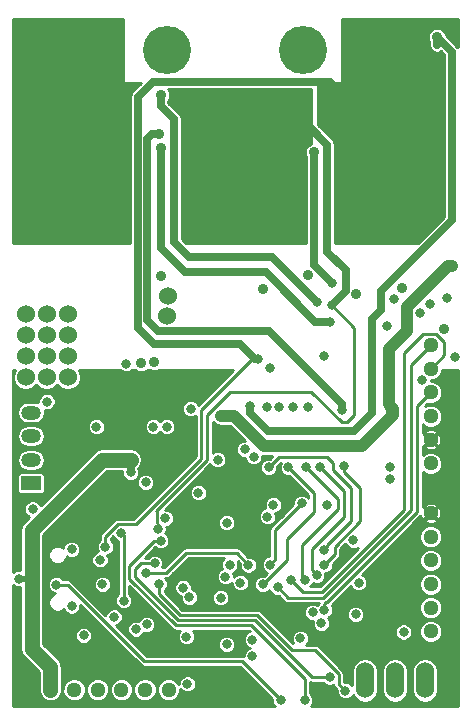
<source format=gbr>
%FSLAX46Y46*%
G04 Gerber Fmt 4.6, Leading zero omitted, Abs format (unit mm)*
G04 Created by KiCad (PCBNEW (2014-08-31 BZR 5107)-product) date tis  2 sep 2014 11:45:10*
%MOMM*%
G01*
G04 APERTURE LIST*
%ADD10C,0.150000*%
%ADD11R,1.699260X1.198880*%
%ADD12O,1.699260X1.198880*%
%ADD13O,1.524000X3.048000*%
%ADD14C,4.064000*%
%ADD15C,1.300480*%
%ADD16C,0.800000*%
%ADD17C,0.889000*%
%ADD18C,1.524000*%
%ADD19C,1.270000*%
%ADD20C,0.635000*%
%ADD21C,0.508000*%
%ADD22C,1.016000*%
%ADD23C,0.254000*%
G04 APERTURE END LIST*
D10*
D11*
X80450000Y-119728280D03*
D12*
X80450000Y-115725240D03*
X80450000Y-117726760D03*
X80450000Y-113726260D03*
D13*
X108712000Y-136398000D03*
X111252000Y-136398000D03*
X113792000Y-136398000D03*
D14*
X92000000Y-83000000D03*
X103500000Y-83000000D03*
D15*
X86099240Y-137200000D03*
X88100760Y-137200000D03*
X90099740Y-137200000D03*
X92101260Y-137200000D03*
X84100260Y-137200000D03*
X82098740Y-137200000D03*
X114300000Y-126253240D03*
X114300000Y-128254760D03*
X114300000Y-130253740D03*
X114300000Y-132255260D03*
X114300000Y-124254260D03*
X114300000Y-122252740D03*
X114300000Y-112029240D03*
X114300000Y-114030760D03*
X114300000Y-116029740D03*
X114300000Y-118031260D03*
X114300000Y-110030260D03*
X114300000Y-108028740D03*
D16*
X85979000Y-114935000D03*
X88900000Y-117729000D03*
X88900000Y-118800000D03*
X79400000Y-127800000D03*
X91823218Y-122684218D03*
X113556261Y-111007470D03*
X115655373Y-104052912D03*
X110871000Y-119380000D03*
X110871000Y-118364000D03*
X98552000Y-116840000D03*
X107750000Y-124550000D03*
X90170000Y-119634000D03*
X97028000Y-123063000D03*
X99314000Y-117475000D03*
X103251000Y-132842000D03*
X81800000Y-112800000D03*
X86300000Y-126200000D03*
X90246052Y-131672611D03*
X87478634Y-131037954D03*
X93321003Y-128553294D03*
X93700000Y-136700000D03*
X112000000Y-132300000D03*
D17*
X90908085Y-109436017D03*
D16*
X80600000Y-121900000D03*
X99187000Y-132969000D03*
X97028000Y-133350000D03*
X108204000Y-128143000D03*
X97282000Y-126619000D03*
X100965000Y-121539000D03*
X105537000Y-121539000D03*
X91948000Y-114935000D03*
X90805000Y-114935000D03*
X99187000Y-134366000D03*
X100457000Y-122555000D03*
X94615000Y-120523000D03*
X83900000Y-130100000D03*
X96901000Y-127635000D03*
X98171000Y-128143000D03*
X91200000Y-119400000D03*
X89100000Y-115800000D03*
X116350000Y-109000000D03*
X92850000Y-129600000D03*
X106350000Y-126600000D03*
X95631000Y-137160000D03*
X98552000Y-122301000D03*
X95885000Y-126365000D03*
X116200000Y-110900000D03*
X110900000Y-132400000D03*
X109100000Y-127450000D03*
X107200501Y-135762249D03*
X111125000Y-113411000D03*
X93980000Y-113411000D03*
X83900000Y-125300000D03*
D18*
X83566000Y-107188000D03*
X83566000Y-105410000D03*
X81788000Y-105410000D03*
X80010000Y-105410000D03*
X81788000Y-107188000D03*
X80010000Y-107188000D03*
X80010000Y-108966000D03*
X81788000Y-108966000D03*
X83566000Y-108966000D03*
X83566000Y-110744000D03*
X81788000Y-110744000D03*
X80010000Y-110744000D03*
D16*
X96520000Y-114046000D03*
X116100000Y-101300000D03*
X103886000Y-113284000D03*
D17*
X100133632Y-103272658D03*
D18*
X92070128Y-103845682D03*
X92000356Y-105549680D03*
D16*
X82600000Y-128300000D03*
X101600000Y-138085820D03*
X104304820Y-130645617D03*
D18*
X110744000Y-86868000D03*
X110744000Y-88646000D03*
X112522000Y-86868000D03*
X112522000Y-88646000D03*
X106934000Y-86868000D03*
X106934000Y-88646000D03*
X108966000Y-86868000D03*
X108966000Y-88646000D03*
X106934000Y-90424000D03*
X108966000Y-90424000D03*
X110744000Y-90424000D03*
X112522000Y-90424000D03*
D16*
X99695000Y-109220000D03*
X86741000Y-125095000D03*
D18*
X93980000Y-90678000D03*
X95758000Y-90678000D03*
X97790000Y-90678000D03*
X99822000Y-90678000D03*
X99822000Y-88900000D03*
X97790000Y-88900000D03*
X95758000Y-88900000D03*
X97790000Y-87122000D03*
X99822000Y-87122000D03*
X93980000Y-87122000D03*
D16*
X105918000Y-104648000D03*
D18*
X95758000Y-87122000D03*
X93980000Y-88900000D03*
D16*
X91200000Y-123600000D03*
X86500000Y-128267478D03*
D18*
X81026000Y-90932000D03*
X82804000Y-90932000D03*
X84582000Y-90932000D03*
X86360000Y-90932000D03*
X86360000Y-89154000D03*
X84582000Y-89154000D03*
X82804000Y-89154000D03*
X81026000Y-89154000D03*
X81026000Y-87122000D03*
X82804000Y-87122000D03*
X84582000Y-87122000D03*
X86360000Y-87122000D03*
D16*
X104648000Y-104394000D03*
D17*
X91440000Y-86868000D03*
D16*
X105283000Y-130429000D03*
X114245979Y-104541464D03*
X101346000Y-128524000D03*
X101473000Y-113284000D03*
D17*
X108003411Y-103725057D03*
X91440000Y-91313000D03*
D16*
X105791000Y-106045000D03*
X91300000Y-128250000D03*
X107061000Y-137287000D03*
X90932000Y-126492000D03*
X105792150Y-136142850D03*
D17*
X114808000Y-81915000D03*
D16*
X99012291Y-113211397D03*
X113397000Y-105297000D03*
X113400000Y-105300000D03*
X100441730Y-113235361D03*
X91440000Y-124587000D03*
X103632000Y-138085820D03*
D17*
X104394000Y-91694000D03*
D16*
X105918000Y-102743000D03*
X102616000Y-113284000D03*
D17*
X103917829Y-102086099D03*
X91313000Y-90170000D03*
D16*
X106807000Y-113538000D03*
X105283000Y-108966000D03*
D17*
X91452628Y-102191916D03*
D16*
X111216896Y-104140000D03*
X88519000Y-109601000D03*
D17*
X111860187Y-103159483D03*
X89792039Y-109562880D03*
D16*
X110617000Y-106426000D03*
D17*
X115433556Y-106692692D03*
D16*
X100711000Y-109982000D03*
X105283000Y-125349000D03*
X100584000Y-118364000D03*
X106934000Y-118237000D03*
X105283000Y-126619000D03*
X104902000Y-118364000D03*
X104648000Y-127508000D03*
X103632000Y-127889000D03*
X103759000Y-118364000D03*
X100076000Y-128270000D03*
X102235000Y-118364000D03*
X96520000Y-129413000D03*
X96266000Y-117729000D03*
X103378000Y-121412000D03*
X100700000Y-126600000D03*
X98850000Y-126650000D03*
X90200000Y-127300000D03*
X93859398Y-129369533D03*
X93605312Y-132700000D03*
X89352474Y-132069642D03*
X102489000Y-127889000D03*
X88100000Y-123900000D03*
X88292526Y-129652290D03*
X107950000Y-130810000D03*
X105029000Y-131572000D03*
X84900000Y-132600000D03*
D19*
X80518000Y-127800000D02*
X80518000Y-123698000D01*
X80518000Y-123698000D02*
X86487000Y-117729000D01*
X86487000Y-117729000D02*
X88900000Y-117729000D01*
X82098740Y-137200000D02*
X82103522Y-135303663D01*
D20*
X88900000Y-117729000D02*
X88900000Y-118800000D01*
D19*
X80518000Y-133718000D02*
X82103522Y-135303522D01*
X82103522Y-135303522D02*
X82103522Y-135303663D01*
X80518000Y-127800000D02*
X80518000Y-133718000D01*
D21*
X80600000Y-127800000D02*
X80518000Y-127800000D01*
X79400000Y-127800000D02*
X80518000Y-127800000D01*
D22*
X97663000Y-114046000D02*
X96520000Y-114046000D01*
X111125000Y-113411000D02*
X111125000Y-113919000D01*
X110744000Y-113030000D02*
X111125000Y-113411000D01*
X100203000Y-116586000D02*
X97663000Y-114046000D01*
X108458000Y-116586000D02*
X100203000Y-116586000D01*
X111125000Y-113919000D02*
X108458000Y-116586000D01*
X111048802Y-113538000D02*
X111125000Y-113919000D01*
X111048802Y-113538000D02*
X111048802Y-113411000D01*
X111048802Y-113411000D02*
X110744000Y-113030000D01*
X115743000Y-101300000D02*
X116100000Y-101300000D01*
X110744000Y-108331000D02*
X112268000Y-106807000D01*
X110744000Y-113030000D02*
X110744000Y-108331000D01*
X112268000Y-106807000D02*
X112268000Y-104775000D01*
X112268000Y-104775000D02*
X115743000Y-101300000D01*
D23*
X90050000Y-134800000D02*
X98314180Y-134800000D01*
X82600000Y-128300000D02*
X83550000Y-128300000D01*
X83550000Y-128300000D02*
X90050000Y-134800000D01*
X98314180Y-134800000D02*
X101600000Y-138085820D01*
D20*
X90790000Y-85710000D02*
X105776000Y-85710000D01*
X105776000Y-85710000D02*
X106934000Y-86868000D01*
D23*
X86741000Y-125095000D02*
X86741000Y-124259000D01*
X86741000Y-124259000D02*
X87810909Y-123189091D01*
X94869000Y-113480315D02*
X94869000Y-117626340D01*
X99695000Y-109220000D02*
X99129315Y-109220000D01*
X99129315Y-109220000D02*
X94869000Y-113480315D01*
X89306249Y-123189091D02*
X87810909Y-123189091D01*
X94869000Y-117626340D02*
X89306249Y-123189091D01*
D20*
X99441000Y-109220000D02*
X99695000Y-109220000D01*
X90864259Y-107950000D02*
X98171000Y-107950000D01*
X90790000Y-85710000D02*
X89500000Y-87000000D01*
X98171000Y-107950000D02*
X99441000Y-109220000D01*
X89500000Y-106585741D02*
X90864259Y-107950000D01*
X89500000Y-87000000D02*
X89500000Y-106585741D01*
D23*
X95377000Y-113903351D02*
X95377000Y-117729000D01*
X97280351Y-112000000D02*
X95377000Y-113903351D01*
X104200000Y-112000000D02*
X97280351Y-112000000D01*
X106754000Y-114554000D02*
X104200000Y-112000000D01*
X107188000Y-114554000D02*
X106754000Y-114554000D01*
X107823000Y-113919000D02*
X107188000Y-114554000D01*
X107823000Y-106553000D02*
X107823000Y-113919000D01*
X95377000Y-117729000D02*
X91050000Y-122056000D01*
X105918000Y-104648000D02*
X107823000Y-106553000D01*
X91200000Y-123150000D02*
X91100000Y-123050000D01*
X91100000Y-123050000D02*
X91100000Y-122006000D01*
X91200000Y-123600000D02*
X91200000Y-123150000D01*
D20*
X107100000Y-103466000D02*
X105918000Y-104648000D01*
X107100000Y-101700000D02*
X107100000Y-103466000D01*
X105537000Y-100137000D02*
X107100000Y-101700000D01*
X105537000Y-91059000D02*
X105537000Y-100137000D01*
X103378000Y-88900000D02*
X105537000Y-91059000D01*
X99822000Y-88900000D02*
X103378000Y-88900000D01*
X91440000Y-86868000D02*
X91440000Y-87757000D01*
X91440000Y-87757000D02*
X92583000Y-88900000D01*
X104648000Y-104394000D02*
X100838000Y-100584000D01*
X92583000Y-99314000D02*
X92583000Y-88900000D01*
X93853000Y-100584000D02*
X92583000Y-99314000D01*
X100838000Y-100584000D02*
X93853000Y-100584000D01*
D23*
X105283000Y-129921000D02*
X105283000Y-130429000D01*
X113157000Y-113172240D02*
X114300000Y-112029240D01*
X105406297Y-129797703D02*
X105283000Y-129921000D01*
X113157000Y-113172240D02*
X113157000Y-122112770D01*
X105472067Y-129797703D02*
X113157000Y-122112770D01*
X105406297Y-129797703D02*
X105472067Y-129797703D01*
X105174487Y-129414842D02*
X112649000Y-121940329D01*
X102236842Y-129414842D02*
X105174487Y-129414842D01*
X112649000Y-109679740D02*
X114300000Y-108028740D01*
X112649000Y-121940329D02*
X112649000Y-109679740D01*
X101346000Y-128524000D02*
X102236842Y-129414842D01*
D20*
X91440000Y-99822000D02*
X91440000Y-91313000D01*
X93472000Y-101854000D02*
X91440000Y-99822000D01*
X104521000Y-106045000D02*
X100330000Y-101854000D01*
X100330000Y-101854000D02*
X93472000Y-101854000D01*
X105791000Y-106045000D02*
X104521000Y-106045000D01*
D23*
X106496951Y-135833951D02*
X104521000Y-133858000D01*
X102591671Y-133858000D02*
X99614559Y-130880888D01*
X107061000Y-137287000D02*
X106496951Y-136722951D01*
X91300000Y-129099990D02*
X91300000Y-128250000D01*
X99614559Y-130880888D02*
X93080898Y-130880888D01*
X106496951Y-136722951D02*
X106496951Y-135833951D01*
X104521000Y-133858000D02*
X102591671Y-133858000D01*
X93080898Y-130880888D02*
X91300000Y-129099990D01*
X104265850Y-136142850D02*
X105792150Y-136142850D01*
X90932000Y-126492000D02*
X89789000Y-126492000D01*
X92902038Y-131312698D02*
X99435698Y-131312698D01*
X89281000Y-127000000D02*
X89281000Y-127691660D01*
X89281000Y-127691660D02*
X92902038Y-131312698D01*
X89789000Y-126492000D02*
X89281000Y-127000000D01*
X99435698Y-131312698D02*
X104265850Y-136142850D01*
D20*
X110109000Y-105029000D02*
X109347000Y-105791000D01*
X99012291Y-113777082D02*
X99012291Y-113211397D01*
X109347000Y-105791000D02*
X109347000Y-113792000D01*
X109347000Y-113792000D02*
X107823000Y-115316000D01*
X100551209Y-115316000D02*
X99012291Y-113777082D01*
X107823000Y-115316000D02*
X100551209Y-115316000D01*
X114808000Y-81915000D02*
X114808000Y-82608000D01*
X114808000Y-81915000D02*
X116100000Y-83207000D01*
X116100000Y-97408359D02*
X110109000Y-103399359D01*
X116100000Y-83207000D02*
X116100000Y-97408359D01*
X110109000Y-103399359D02*
X110109000Y-105029000D01*
D23*
X88773000Y-126688315D02*
X88773000Y-127794320D01*
X103632000Y-136271000D02*
X103632000Y-138085820D01*
X91440000Y-124587000D02*
X90874315Y-124587000D01*
X88773000Y-127794320D02*
X92723180Y-131744500D01*
X99105500Y-131744500D02*
X103632000Y-136271000D01*
X92723180Y-131744500D02*
X99105500Y-131744500D01*
X90874315Y-124587000D02*
X88773000Y-126688315D01*
D20*
X104394000Y-101219000D02*
X105918000Y-102743000D01*
X104394000Y-91694000D02*
X104394000Y-101219000D01*
X90312810Y-90541573D02*
X90312810Y-105933839D01*
X90684383Y-90170000D02*
X90312810Y-90541573D01*
X91185971Y-106807000D02*
X100641685Y-106807000D01*
X100641685Y-106807000D02*
X106807000Y-112972315D01*
X91313000Y-90170000D02*
X90684383Y-90170000D01*
X90312810Y-105933839D02*
X91185971Y-106807000D01*
X106807000Y-112972315D02*
X106807000Y-113538000D01*
D23*
X105283000Y-125349000D02*
X105537000Y-125095000D01*
X105537000Y-125095000D02*
X105537000Y-124968000D01*
X105537000Y-124968000D02*
X107569000Y-122936000D01*
X107569000Y-122936000D02*
X107569000Y-120142000D01*
X107569000Y-120142000D02*
X106045000Y-118618000D01*
X106045000Y-118618000D02*
X106045000Y-117983000D01*
X106045000Y-117983000D02*
X105537000Y-117475000D01*
X105537000Y-117475000D02*
X101473000Y-117475000D01*
X101473000Y-117475000D02*
X100584000Y-118364000D01*
X106172000Y-125730000D02*
X105283000Y-126619000D01*
X106934000Y-118237000D02*
X106934000Y-118745000D01*
X108331000Y-120142000D02*
X108331000Y-122936000D01*
X106934000Y-118745000D02*
X108331000Y-120142000D01*
X106172000Y-125095000D02*
X108331000Y-122936000D01*
X106172000Y-125095000D02*
X106172000Y-125730000D01*
X104902000Y-118364000D02*
X106934000Y-120396000D01*
X106934000Y-120396000D02*
X106934000Y-122555000D01*
X106934000Y-122555000D02*
X104203500Y-125285500D01*
X104648000Y-127508000D02*
X104203500Y-127063500D01*
X104203500Y-127063500D02*
X104203500Y-125285500D01*
X103632000Y-127889000D02*
X103378000Y-127635000D01*
X103378000Y-127635000D02*
X103378000Y-124968000D01*
X103378000Y-124968000D02*
X106426000Y-121920000D01*
X106426000Y-121920000D02*
X106426000Y-121031000D01*
X106426000Y-121031000D02*
X103759000Y-118364000D01*
X100076000Y-128270000D02*
X102108000Y-126238000D01*
X102108000Y-126238000D02*
X102108000Y-124460000D01*
X102108000Y-124460000D02*
X104394000Y-122174000D01*
X104394000Y-122174000D02*
X104394000Y-120523000D01*
X104394000Y-120523000D02*
X102235000Y-118364000D01*
X103378000Y-121412000D02*
X101092000Y-123698000D01*
X101092000Y-123698000D02*
X101092000Y-126111000D01*
X101092000Y-126111000D02*
X100700000Y-126600000D01*
X90200000Y-127300000D02*
X91900000Y-127300000D01*
X92200000Y-127000000D02*
X92200000Y-127002000D01*
X91900000Y-127300000D02*
X92200000Y-127000000D01*
X93599000Y-125603000D02*
X92200000Y-127002000D01*
X97917000Y-125603000D02*
X93599000Y-125603000D01*
X98850000Y-126650000D02*
X97917000Y-125603000D01*
X115443000Y-107786118D02*
X115443000Y-108887260D01*
X115443000Y-108887260D02*
X114300000Y-110030260D01*
X113673643Y-107052357D02*
X114709239Y-107052357D01*
X112014000Y-108712000D02*
X113673643Y-107052357D01*
X114709239Y-107052357D02*
X115443000Y-107786118D01*
X105073659Y-128905000D02*
X112014000Y-121964659D01*
X103505000Y-128905000D02*
X105073659Y-128905000D01*
X102489000Y-127889000D02*
X103505000Y-128905000D01*
X112014000Y-121964659D02*
X112014000Y-108712000D01*
X88292526Y-129652290D02*
X88292526Y-124092526D01*
X88292526Y-124092526D02*
X88100000Y-123900000D01*
G36*
X101076334Y-138594800D02*
X94430326Y-138594800D01*
X94430326Y-136555392D01*
X94319394Y-136286916D01*
X94114165Y-136081328D01*
X93845883Y-135969927D01*
X93555392Y-135969674D01*
X93286916Y-136080606D01*
X93081328Y-136285835D01*
X92969927Y-136554117D01*
X92969769Y-136734531D01*
X92932921Y-136645351D01*
X92657360Y-136369308D01*
X92297137Y-136219731D01*
X91907094Y-136219390D01*
X91546611Y-136368339D01*
X91270568Y-136643900D01*
X91120991Y-137004123D01*
X91120650Y-137394166D01*
X91269599Y-137754649D01*
X91545160Y-138030692D01*
X91905383Y-138180269D01*
X92295426Y-138180610D01*
X92655909Y-138031661D01*
X92931952Y-137756100D01*
X93081529Y-137395877D01*
X93081775Y-137114255D01*
X93285835Y-137318672D01*
X93554117Y-137430073D01*
X93844608Y-137430326D01*
X94113084Y-137319394D01*
X94318672Y-137114165D01*
X94430073Y-136845883D01*
X94430326Y-136555392D01*
X94430326Y-138594800D01*
X91080350Y-138594800D01*
X91080350Y-137005834D01*
X90931401Y-136645351D01*
X90655840Y-136369308D01*
X90295617Y-136219731D01*
X89905574Y-136219390D01*
X89545091Y-136368339D01*
X89269048Y-136643900D01*
X89119471Y-137004123D01*
X89119130Y-137394166D01*
X89268079Y-137754649D01*
X89543640Y-138030692D01*
X89903863Y-138180269D01*
X90293906Y-138180610D01*
X90654389Y-138031661D01*
X90930432Y-137756100D01*
X91080009Y-137395877D01*
X91080350Y-137005834D01*
X91080350Y-138594800D01*
X89081370Y-138594800D01*
X89081370Y-137005834D01*
X88932421Y-136645351D01*
X88656860Y-136369308D01*
X88296637Y-136219731D01*
X87906594Y-136219390D01*
X87546111Y-136368339D01*
X87270068Y-136643900D01*
X87120491Y-137004123D01*
X87120150Y-137394166D01*
X87269099Y-137754649D01*
X87544660Y-138030692D01*
X87904883Y-138180269D01*
X88294926Y-138180610D01*
X88655409Y-138031661D01*
X88931452Y-137756100D01*
X89081029Y-137395877D01*
X89081370Y-137005834D01*
X89081370Y-138594800D01*
X87079850Y-138594800D01*
X87079850Y-137005834D01*
X86930901Y-136645351D01*
X86655340Y-136369308D01*
X86295117Y-136219731D01*
X85905074Y-136219390D01*
X85630326Y-136332913D01*
X85630326Y-132455392D01*
X85519394Y-132186916D01*
X85314165Y-131981328D01*
X85045883Y-131869927D01*
X84755392Y-131869674D01*
X84486916Y-131980606D01*
X84281328Y-132185835D01*
X84169927Y-132454117D01*
X84169674Y-132744608D01*
X84280606Y-133013084D01*
X84485835Y-133218672D01*
X84754117Y-133330073D01*
X85044608Y-133330326D01*
X85313084Y-133219394D01*
X85518672Y-133014165D01*
X85630073Y-132745883D01*
X85630326Y-132455392D01*
X85630326Y-136332913D01*
X85544591Y-136368339D01*
X85268548Y-136643900D01*
X85118971Y-137004123D01*
X85118630Y-137394166D01*
X85267579Y-137754649D01*
X85543140Y-138030692D01*
X85903363Y-138180269D01*
X86293406Y-138180610D01*
X86653889Y-138031661D01*
X86929932Y-137756100D01*
X87079509Y-137395877D01*
X87079850Y-137005834D01*
X87079850Y-138594800D01*
X85080870Y-138594800D01*
X85080870Y-137005834D01*
X84931921Y-136645351D01*
X84656360Y-136369308D01*
X84296137Y-136219731D01*
X83906094Y-136219390D01*
X83545611Y-136368339D01*
X83269568Y-136643900D01*
X83119991Y-137004123D01*
X83119650Y-137394166D01*
X83268599Y-137754649D01*
X83544160Y-138030692D01*
X83904383Y-138180269D01*
X84294426Y-138180610D01*
X84654909Y-138031661D01*
X84930952Y-137756100D01*
X85080529Y-137395877D01*
X85080870Y-137005834D01*
X85080870Y-138594800D01*
X78905200Y-138594800D01*
X78905200Y-128337895D01*
X78985835Y-128418672D01*
X79254117Y-128530073D01*
X79544608Y-128530326D01*
X79552800Y-128526941D01*
X79552800Y-133718000D01*
X79626271Y-134087366D01*
X79835501Y-134400499D01*
X81137313Y-135702312D01*
X81134125Y-136966421D01*
X81118471Y-137004123D01*
X81118130Y-137394166D01*
X81267079Y-137754649D01*
X81542640Y-138030692D01*
X81902863Y-138180269D01*
X82292906Y-138180610D01*
X82653389Y-138031661D01*
X82929432Y-137756100D01*
X83079009Y-137395877D01*
X83079350Y-137005834D01*
X83064523Y-136969950D01*
X83068719Y-135306097D01*
X83068480Y-135304879D01*
X83068722Y-135303663D01*
X83068722Y-135303522D01*
X83030135Y-135109534D01*
X82996180Y-134936547D01*
X82995532Y-134935573D01*
X82995251Y-134934156D01*
X82874155Y-134752924D01*
X82874049Y-134752765D01*
X82787740Y-134622887D01*
X82786882Y-134622310D01*
X82786022Y-134621023D01*
X81483200Y-133318201D01*
X81483200Y-127800000D01*
X81483200Y-124097798D01*
X86886798Y-118694200D01*
X88169892Y-118694200D01*
X88169674Y-118944608D01*
X88280606Y-119213084D01*
X88485835Y-119418672D01*
X88754117Y-119530073D01*
X89044608Y-119530326D01*
X89313084Y-119419394D01*
X89518672Y-119214165D01*
X89630073Y-118945883D01*
X89630326Y-118655392D01*
X89547700Y-118455421D01*
X89547700Y-118434751D01*
X89582499Y-118411499D01*
X89791729Y-118098366D01*
X89865200Y-117729000D01*
X89791729Y-117359634D01*
X89582499Y-117046501D01*
X89269366Y-116837271D01*
X88900000Y-116763800D01*
X86709326Y-116763800D01*
X86709326Y-114790392D01*
X86598394Y-114521916D01*
X86393165Y-114316328D01*
X86124883Y-114204927D01*
X85834392Y-114204674D01*
X85565916Y-114315606D01*
X85360328Y-114520835D01*
X85248927Y-114789117D01*
X85248674Y-115079608D01*
X85359606Y-115348084D01*
X85564835Y-115553672D01*
X85833117Y-115665073D01*
X86123608Y-115665326D01*
X86392084Y-115554394D01*
X86597672Y-115349165D01*
X86709073Y-115080883D01*
X86709326Y-114790392D01*
X86709326Y-116763800D01*
X86487000Y-116763800D01*
X86117634Y-116837271D01*
X85804501Y-117046500D01*
X82530326Y-120320675D01*
X82530326Y-112655392D01*
X82419394Y-112386916D01*
X82214165Y-112181328D01*
X81945883Y-112069927D01*
X81655392Y-112069674D01*
X81386916Y-112180606D01*
X81181328Y-112385835D01*
X81069927Y-112654117D01*
X81069742Y-112865531D01*
X80723304Y-112796620D01*
X80176696Y-112796620D01*
X79820938Y-112867385D01*
X79519341Y-113068905D01*
X79317821Y-113370502D01*
X79247056Y-113726260D01*
X79317821Y-114082018D01*
X79519341Y-114383615D01*
X79820938Y-114585135D01*
X80176696Y-114655900D01*
X80723304Y-114655900D01*
X81079062Y-114585135D01*
X81380659Y-114383615D01*
X81582179Y-114082018D01*
X81652944Y-113726260D01*
X81610300Y-113511878D01*
X81654117Y-113530073D01*
X81944608Y-113530326D01*
X82213084Y-113419394D01*
X82418672Y-113214165D01*
X82530073Y-112945883D01*
X82530326Y-112655392D01*
X82530326Y-120320675D01*
X81652944Y-121198057D01*
X81652944Y-117726760D01*
X81652944Y-115725240D01*
X81582179Y-115369482D01*
X81380659Y-115067885D01*
X81079062Y-114866365D01*
X80723304Y-114795600D01*
X80176696Y-114795600D01*
X79820938Y-114866365D01*
X79519341Y-115067885D01*
X79317821Y-115369482D01*
X79247056Y-115725240D01*
X79317821Y-116080998D01*
X79519341Y-116382595D01*
X79820938Y-116584115D01*
X80176696Y-116654880D01*
X80723304Y-116654880D01*
X81079062Y-116584115D01*
X81380659Y-116382595D01*
X81582179Y-116080998D01*
X81652944Y-115725240D01*
X81652944Y-117726760D01*
X81582179Y-117371002D01*
X81380659Y-117069405D01*
X81079062Y-116867885D01*
X80723304Y-116797120D01*
X80176696Y-116797120D01*
X79820938Y-116867885D01*
X79519341Y-117069405D01*
X79317821Y-117371002D01*
X79247056Y-117726760D01*
X79317821Y-118082518D01*
X79519341Y-118384115D01*
X79820938Y-118585635D01*
X80176696Y-118656400D01*
X80723304Y-118656400D01*
X81079062Y-118585635D01*
X81380659Y-118384115D01*
X81582179Y-118082518D01*
X81652944Y-117726760D01*
X81652944Y-121198057D01*
X81629830Y-121221171D01*
X81629830Y-120393401D01*
X81629830Y-120262039D01*
X81629830Y-119063159D01*
X81579560Y-118941797D01*
X81486673Y-118848910D01*
X81365311Y-118798640D01*
X81233949Y-118798640D01*
X79534689Y-118798640D01*
X79413327Y-118848910D01*
X79320440Y-118941797D01*
X79270170Y-119063159D01*
X79270170Y-119194521D01*
X79270170Y-120393401D01*
X79320440Y-120514763D01*
X79413327Y-120607650D01*
X79534689Y-120657920D01*
X79666051Y-120657920D01*
X81365311Y-120657920D01*
X81486673Y-120607650D01*
X81579560Y-120514763D01*
X81629830Y-120393401D01*
X81629830Y-121221171D01*
X81261699Y-121589302D01*
X81219394Y-121486916D01*
X81014165Y-121281328D01*
X80745883Y-121169927D01*
X80455392Y-121169674D01*
X80186916Y-121280606D01*
X79981328Y-121485835D01*
X79869927Y-121754117D01*
X79869674Y-122044608D01*
X79980606Y-122313084D01*
X80185835Y-122518672D01*
X80289347Y-122561654D01*
X79835501Y-123015501D01*
X79626271Y-123328634D01*
X79552800Y-123698000D01*
X79552800Y-127072799D01*
X79545883Y-127069927D01*
X79255392Y-127069674D01*
X78986916Y-127180606D01*
X78905200Y-127262179D01*
X78905200Y-110127000D01*
X79083584Y-110127000D01*
X78917990Y-110525795D01*
X78917611Y-110960299D01*
X79083538Y-111361873D01*
X79390511Y-111669382D01*
X79791795Y-111836010D01*
X80226299Y-111836389D01*
X80627873Y-111670462D01*
X80899203Y-111399604D01*
X81168511Y-111669382D01*
X81569795Y-111836010D01*
X82004299Y-111836389D01*
X82405873Y-111670462D01*
X82677203Y-111399604D01*
X82946511Y-111669382D01*
X83347795Y-111836010D01*
X83782299Y-111836389D01*
X84183873Y-111670462D01*
X84491382Y-111363489D01*
X84658010Y-110962205D01*
X84658389Y-110527701D01*
X84492822Y-110127000D01*
X88012324Y-110127000D01*
X88104835Y-110219672D01*
X88373117Y-110331073D01*
X88663608Y-110331326D01*
X88932084Y-110220394D01*
X89025641Y-110127000D01*
X89260539Y-110127000D01*
X89352634Y-110219256D01*
X89637266Y-110337445D01*
X89945460Y-110337714D01*
X90230298Y-110220021D01*
X90323481Y-110127000D01*
X90552023Y-110127000D01*
X90753312Y-110210582D01*
X91061506Y-110210851D01*
X91264440Y-110127000D01*
X97575736Y-110127000D01*
X94630218Y-113072518D01*
X94599394Y-112997916D01*
X94394165Y-112792328D01*
X94125883Y-112680927D01*
X93835392Y-112680674D01*
X93566916Y-112791606D01*
X93361328Y-112996835D01*
X93249927Y-113265117D01*
X93249674Y-113555608D01*
X93360606Y-113824084D01*
X93565835Y-114029672D01*
X93834117Y-114141073D01*
X94124608Y-114141326D01*
X94393084Y-114030394D01*
X94411800Y-114011710D01*
X94411800Y-117436962D01*
X92678326Y-119170436D01*
X92678326Y-114790392D01*
X92567394Y-114521916D01*
X92362165Y-114316328D01*
X92093883Y-114204927D01*
X91803392Y-114204674D01*
X91534916Y-114315606D01*
X91376403Y-114473841D01*
X91219165Y-114316328D01*
X90950883Y-114204927D01*
X90660392Y-114204674D01*
X90391916Y-114315606D01*
X90186328Y-114520835D01*
X90074927Y-114789117D01*
X90074674Y-115079608D01*
X90185606Y-115348084D01*
X90390835Y-115553672D01*
X90659117Y-115665073D01*
X90949608Y-115665326D01*
X91218084Y-115554394D01*
X91376596Y-115396158D01*
X91533835Y-115553672D01*
X91802117Y-115665073D01*
X92092608Y-115665326D01*
X92361084Y-115554394D01*
X92566672Y-115349165D01*
X92678073Y-115080883D01*
X92678326Y-114790392D01*
X92678326Y-119170436D01*
X90900326Y-120948436D01*
X90900326Y-119489392D01*
X90789394Y-119220916D01*
X90584165Y-119015328D01*
X90315883Y-118903927D01*
X90025392Y-118903674D01*
X89756916Y-119014606D01*
X89551328Y-119219835D01*
X89439927Y-119488117D01*
X89439674Y-119778608D01*
X89550606Y-120047084D01*
X89755835Y-120252672D01*
X90024117Y-120364073D01*
X90314608Y-120364326D01*
X90583084Y-120253394D01*
X90788672Y-120048165D01*
X90900073Y-119779883D01*
X90900326Y-119489392D01*
X90900326Y-120948436D01*
X89116871Y-122731891D01*
X87810909Y-122731891D01*
X87635946Y-122766693D01*
X87487620Y-122865802D01*
X86417711Y-123935711D01*
X86318602Y-124084037D01*
X86283800Y-124259000D01*
X86283800Y-124519644D01*
X86122328Y-124680835D01*
X86010927Y-124949117D01*
X86010674Y-125239608D01*
X86112976Y-125487199D01*
X85886916Y-125580606D01*
X85681328Y-125785835D01*
X85569927Y-126054117D01*
X85569674Y-126344608D01*
X85680606Y-126613084D01*
X85885835Y-126818672D01*
X86154117Y-126930073D01*
X86444608Y-126930326D01*
X86713084Y-126819394D01*
X86918672Y-126614165D01*
X87030073Y-126345883D01*
X87030326Y-126055392D01*
X86928023Y-125807800D01*
X87154084Y-125714394D01*
X87359672Y-125509165D01*
X87471073Y-125240883D01*
X87471326Y-124950392D01*
X87360394Y-124681916D01*
X87198200Y-124519438D01*
X87198200Y-124448378D01*
X87437593Y-124208984D01*
X87480606Y-124313084D01*
X87685835Y-124518672D01*
X87835326Y-124580746D01*
X87835326Y-129076934D01*
X87673854Y-129238125D01*
X87562453Y-129506407D01*
X87562200Y-129796898D01*
X87673132Y-130065374D01*
X87878361Y-130270962D01*
X88146643Y-130382363D01*
X88437134Y-130382616D01*
X88705610Y-130271684D01*
X88911198Y-130066455D01*
X89022599Y-129798173D01*
X89022852Y-129507682D01*
X88911920Y-129239206D01*
X88749726Y-129076728D01*
X88749726Y-128417624D01*
X92399891Y-132067789D01*
X92548217Y-132166898D01*
X92723180Y-132201700D01*
X93070922Y-132201700D01*
X92986640Y-132285835D01*
X92875239Y-132554117D01*
X92874986Y-132844608D01*
X92985918Y-133113084D01*
X93191147Y-133318672D01*
X93459429Y-133430073D01*
X93749920Y-133430326D01*
X94018396Y-133319394D01*
X94223984Y-133114165D01*
X94335385Y-132845883D01*
X94335638Y-132555392D01*
X94224706Y-132286916D01*
X94139638Y-132201700D01*
X98916121Y-132201700D01*
X98979204Y-132264782D01*
X98773916Y-132349606D01*
X98568328Y-132554835D01*
X98456927Y-132823117D01*
X98456674Y-133113608D01*
X98567606Y-133382084D01*
X98772835Y-133587672D01*
X98965223Y-133667559D01*
X98773916Y-133746606D01*
X98568328Y-133951835D01*
X98456927Y-134220117D01*
X98456795Y-134371167D01*
X98314180Y-134342800D01*
X97758326Y-134342800D01*
X97758326Y-133205392D01*
X97647394Y-132936916D01*
X97442165Y-132731328D01*
X97173883Y-132619927D01*
X96883392Y-132619674D01*
X96614916Y-132730606D01*
X96409328Y-132935835D01*
X96297927Y-133204117D01*
X96297674Y-133494608D01*
X96408606Y-133763084D01*
X96613835Y-133968672D01*
X96882117Y-134080073D01*
X97172608Y-134080326D01*
X97441084Y-133969394D01*
X97646672Y-133764165D01*
X97758073Y-133495883D01*
X97758326Y-133205392D01*
X97758326Y-134342800D01*
X90976378Y-134342800D01*
X90976378Y-131528003D01*
X90865446Y-131259527D01*
X90660217Y-131053939D01*
X90391935Y-130942538D01*
X90101444Y-130942285D01*
X89832968Y-131053217D01*
X89627380Y-131258446D01*
X89579673Y-131373334D01*
X89498357Y-131339569D01*
X89207866Y-131339316D01*
X88939390Y-131450248D01*
X88733802Y-131655477D01*
X88622401Y-131923759D01*
X88622148Y-132214250D01*
X88733080Y-132482726D01*
X88938309Y-132688314D01*
X89206591Y-132799715D01*
X89497082Y-132799968D01*
X89765558Y-132689036D01*
X89971146Y-132483807D01*
X90018852Y-132368918D01*
X90100169Y-132402684D01*
X90390660Y-132402937D01*
X90659136Y-132292005D01*
X90864724Y-132086776D01*
X90976125Y-131818494D01*
X90976378Y-131528003D01*
X90976378Y-134342800D01*
X90239377Y-134342800D01*
X87652690Y-131756112D01*
X87891718Y-131657348D01*
X88097306Y-131452119D01*
X88208707Y-131183837D01*
X88208960Y-130893346D01*
X88098028Y-130624870D01*
X87892799Y-130419282D01*
X87624517Y-130307881D01*
X87334026Y-130307628D01*
X87230326Y-130350475D01*
X87230326Y-128122870D01*
X87119394Y-127854394D01*
X86914165Y-127648806D01*
X86645883Y-127537405D01*
X86355392Y-127537152D01*
X86086916Y-127648084D01*
X85881328Y-127853313D01*
X85769927Y-128121595D01*
X85769674Y-128412086D01*
X85880606Y-128680562D01*
X86085835Y-128886150D01*
X86354117Y-128997551D01*
X86644608Y-128997804D01*
X86913084Y-128886872D01*
X87118672Y-128681643D01*
X87230073Y-128413361D01*
X87230326Y-128122870D01*
X87230326Y-130350475D01*
X87065550Y-130418560D01*
X86859962Y-130623789D01*
X86760323Y-130863745D01*
X84630326Y-128733748D01*
X84630326Y-125155392D01*
X84519394Y-124886916D01*
X84314165Y-124681328D01*
X84045883Y-124569927D01*
X83755392Y-124569674D01*
X83486916Y-124680606D01*
X83281328Y-124885835D01*
X83169927Y-125154117D01*
X83169916Y-125166403D01*
X83142525Y-125138964D01*
X82855872Y-125019936D01*
X82545489Y-125019665D01*
X82258630Y-125138193D01*
X82038964Y-125357475D01*
X81919936Y-125644128D01*
X81919665Y-125954511D01*
X82038193Y-126241370D01*
X82257475Y-126461036D01*
X82544128Y-126580064D01*
X82854511Y-126580335D01*
X83141370Y-126461807D01*
X83361036Y-126242525D01*
X83480064Y-125955872D01*
X83480101Y-125912928D01*
X83485835Y-125918672D01*
X83754117Y-126030073D01*
X84044608Y-126030326D01*
X84313084Y-125919394D01*
X84518672Y-125714165D01*
X84630073Y-125445883D01*
X84630326Y-125155392D01*
X84630326Y-128733748D01*
X83873289Y-127976711D01*
X83724963Y-127877602D01*
X83550000Y-127842800D01*
X83175355Y-127842800D01*
X83014165Y-127681328D01*
X82745883Y-127569927D01*
X82455392Y-127569674D01*
X82186916Y-127680606D01*
X81981328Y-127885835D01*
X81869927Y-128154117D01*
X81869674Y-128444608D01*
X81980606Y-128713084D01*
X82185835Y-128918672D01*
X82454117Y-129030073D01*
X82520160Y-129030130D01*
X82258630Y-129138193D01*
X82038964Y-129357475D01*
X81919936Y-129644128D01*
X81919665Y-129954511D01*
X82038193Y-130241370D01*
X82257475Y-130461036D01*
X82544128Y-130580064D01*
X82854511Y-130580335D01*
X83141370Y-130461807D01*
X83224946Y-130378376D01*
X83280606Y-130513084D01*
X83485835Y-130718672D01*
X83754117Y-130830073D01*
X84044608Y-130830326D01*
X84313084Y-130719394D01*
X84518672Y-130514165D01*
X84630073Y-130245883D01*
X84630263Y-130026841D01*
X89726711Y-135123289D01*
X89875037Y-135222398D01*
X90050000Y-135257200D01*
X98124802Y-135257200D01*
X100869872Y-138002270D01*
X100869674Y-138230428D01*
X100980606Y-138498904D01*
X101076334Y-138594800D01*
X101076334Y-138594800D01*
G37*
X101076334Y-138594800D02*
X94430326Y-138594800D01*
X94430326Y-136555392D01*
X94319394Y-136286916D01*
X94114165Y-136081328D01*
X93845883Y-135969927D01*
X93555392Y-135969674D01*
X93286916Y-136080606D01*
X93081328Y-136285835D01*
X92969927Y-136554117D01*
X92969769Y-136734531D01*
X92932921Y-136645351D01*
X92657360Y-136369308D01*
X92297137Y-136219731D01*
X91907094Y-136219390D01*
X91546611Y-136368339D01*
X91270568Y-136643900D01*
X91120991Y-137004123D01*
X91120650Y-137394166D01*
X91269599Y-137754649D01*
X91545160Y-138030692D01*
X91905383Y-138180269D01*
X92295426Y-138180610D01*
X92655909Y-138031661D01*
X92931952Y-137756100D01*
X93081529Y-137395877D01*
X93081775Y-137114255D01*
X93285835Y-137318672D01*
X93554117Y-137430073D01*
X93844608Y-137430326D01*
X94113084Y-137319394D01*
X94318672Y-137114165D01*
X94430073Y-136845883D01*
X94430326Y-136555392D01*
X94430326Y-138594800D01*
X91080350Y-138594800D01*
X91080350Y-137005834D01*
X90931401Y-136645351D01*
X90655840Y-136369308D01*
X90295617Y-136219731D01*
X89905574Y-136219390D01*
X89545091Y-136368339D01*
X89269048Y-136643900D01*
X89119471Y-137004123D01*
X89119130Y-137394166D01*
X89268079Y-137754649D01*
X89543640Y-138030692D01*
X89903863Y-138180269D01*
X90293906Y-138180610D01*
X90654389Y-138031661D01*
X90930432Y-137756100D01*
X91080009Y-137395877D01*
X91080350Y-137005834D01*
X91080350Y-138594800D01*
X89081370Y-138594800D01*
X89081370Y-137005834D01*
X88932421Y-136645351D01*
X88656860Y-136369308D01*
X88296637Y-136219731D01*
X87906594Y-136219390D01*
X87546111Y-136368339D01*
X87270068Y-136643900D01*
X87120491Y-137004123D01*
X87120150Y-137394166D01*
X87269099Y-137754649D01*
X87544660Y-138030692D01*
X87904883Y-138180269D01*
X88294926Y-138180610D01*
X88655409Y-138031661D01*
X88931452Y-137756100D01*
X89081029Y-137395877D01*
X89081370Y-137005834D01*
X89081370Y-138594800D01*
X87079850Y-138594800D01*
X87079850Y-137005834D01*
X86930901Y-136645351D01*
X86655340Y-136369308D01*
X86295117Y-136219731D01*
X85905074Y-136219390D01*
X85630326Y-136332913D01*
X85630326Y-132455392D01*
X85519394Y-132186916D01*
X85314165Y-131981328D01*
X85045883Y-131869927D01*
X84755392Y-131869674D01*
X84486916Y-131980606D01*
X84281328Y-132185835D01*
X84169927Y-132454117D01*
X84169674Y-132744608D01*
X84280606Y-133013084D01*
X84485835Y-133218672D01*
X84754117Y-133330073D01*
X85044608Y-133330326D01*
X85313084Y-133219394D01*
X85518672Y-133014165D01*
X85630073Y-132745883D01*
X85630326Y-132455392D01*
X85630326Y-136332913D01*
X85544591Y-136368339D01*
X85268548Y-136643900D01*
X85118971Y-137004123D01*
X85118630Y-137394166D01*
X85267579Y-137754649D01*
X85543140Y-138030692D01*
X85903363Y-138180269D01*
X86293406Y-138180610D01*
X86653889Y-138031661D01*
X86929932Y-137756100D01*
X87079509Y-137395877D01*
X87079850Y-137005834D01*
X87079850Y-138594800D01*
X85080870Y-138594800D01*
X85080870Y-137005834D01*
X84931921Y-136645351D01*
X84656360Y-136369308D01*
X84296137Y-136219731D01*
X83906094Y-136219390D01*
X83545611Y-136368339D01*
X83269568Y-136643900D01*
X83119991Y-137004123D01*
X83119650Y-137394166D01*
X83268599Y-137754649D01*
X83544160Y-138030692D01*
X83904383Y-138180269D01*
X84294426Y-138180610D01*
X84654909Y-138031661D01*
X84930952Y-137756100D01*
X85080529Y-137395877D01*
X85080870Y-137005834D01*
X85080870Y-138594800D01*
X78905200Y-138594800D01*
X78905200Y-128337895D01*
X78985835Y-128418672D01*
X79254117Y-128530073D01*
X79544608Y-128530326D01*
X79552800Y-128526941D01*
X79552800Y-133718000D01*
X79626271Y-134087366D01*
X79835501Y-134400499D01*
X81137313Y-135702312D01*
X81134125Y-136966421D01*
X81118471Y-137004123D01*
X81118130Y-137394166D01*
X81267079Y-137754649D01*
X81542640Y-138030692D01*
X81902863Y-138180269D01*
X82292906Y-138180610D01*
X82653389Y-138031661D01*
X82929432Y-137756100D01*
X83079009Y-137395877D01*
X83079350Y-137005834D01*
X83064523Y-136969950D01*
X83068719Y-135306097D01*
X83068480Y-135304879D01*
X83068722Y-135303663D01*
X83068722Y-135303522D01*
X83030135Y-135109534D01*
X82996180Y-134936547D01*
X82995532Y-134935573D01*
X82995251Y-134934156D01*
X82874155Y-134752924D01*
X82874049Y-134752765D01*
X82787740Y-134622887D01*
X82786882Y-134622310D01*
X82786022Y-134621023D01*
X81483200Y-133318201D01*
X81483200Y-127800000D01*
X81483200Y-124097798D01*
X86886798Y-118694200D01*
X88169892Y-118694200D01*
X88169674Y-118944608D01*
X88280606Y-119213084D01*
X88485835Y-119418672D01*
X88754117Y-119530073D01*
X89044608Y-119530326D01*
X89313084Y-119419394D01*
X89518672Y-119214165D01*
X89630073Y-118945883D01*
X89630326Y-118655392D01*
X89547700Y-118455421D01*
X89547700Y-118434751D01*
X89582499Y-118411499D01*
X89791729Y-118098366D01*
X89865200Y-117729000D01*
X89791729Y-117359634D01*
X89582499Y-117046501D01*
X89269366Y-116837271D01*
X88900000Y-116763800D01*
X86709326Y-116763800D01*
X86709326Y-114790392D01*
X86598394Y-114521916D01*
X86393165Y-114316328D01*
X86124883Y-114204927D01*
X85834392Y-114204674D01*
X85565916Y-114315606D01*
X85360328Y-114520835D01*
X85248927Y-114789117D01*
X85248674Y-115079608D01*
X85359606Y-115348084D01*
X85564835Y-115553672D01*
X85833117Y-115665073D01*
X86123608Y-115665326D01*
X86392084Y-115554394D01*
X86597672Y-115349165D01*
X86709073Y-115080883D01*
X86709326Y-114790392D01*
X86709326Y-116763800D01*
X86487000Y-116763800D01*
X86117634Y-116837271D01*
X85804501Y-117046500D01*
X82530326Y-120320675D01*
X82530326Y-112655392D01*
X82419394Y-112386916D01*
X82214165Y-112181328D01*
X81945883Y-112069927D01*
X81655392Y-112069674D01*
X81386916Y-112180606D01*
X81181328Y-112385835D01*
X81069927Y-112654117D01*
X81069742Y-112865531D01*
X80723304Y-112796620D01*
X80176696Y-112796620D01*
X79820938Y-112867385D01*
X79519341Y-113068905D01*
X79317821Y-113370502D01*
X79247056Y-113726260D01*
X79317821Y-114082018D01*
X79519341Y-114383615D01*
X79820938Y-114585135D01*
X80176696Y-114655900D01*
X80723304Y-114655900D01*
X81079062Y-114585135D01*
X81380659Y-114383615D01*
X81582179Y-114082018D01*
X81652944Y-113726260D01*
X81610300Y-113511878D01*
X81654117Y-113530073D01*
X81944608Y-113530326D01*
X82213084Y-113419394D01*
X82418672Y-113214165D01*
X82530073Y-112945883D01*
X82530326Y-112655392D01*
X82530326Y-120320675D01*
X81652944Y-121198057D01*
X81652944Y-117726760D01*
X81652944Y-115725240D01*
X81582179Y-115369482D01*
X81380659Y-115067885D01*
X81079062Y-114866365D01*
X80723304Y-114795600D01*
X80176696Y-114795600D01*
X79820938Y-114866365D01*
X79519341Y-115067885D01*
X79317821Y-115369482D01*
X79247056Y-115725240D01*
X79317821Y-116080998D01*
X79519341Y-116382595D01*
X79820938Y-116584115D01*
X80176696Y-116654880D01*
X80723304Y-116654880D01*
X81079062Y-116584115D01*
X81380659Y-116382595D01*
X81582179Y-116080998D01*
X81652944Y-115725240D01*
X81652944Y-117726760D01*
X81582179Y-117371002D01*
X81380659Y-117069405D01*
X81079062Y-116867885D01*
X80723304Y-116797120D01*
X80176696Y-116797120D01*
X79820938Y-116867885D01*
X79519341Y-117069405D01*
X79317821Y-117371002D01*
X79247056Y-117726760D01*
X79317821Y-118082518D01*
X79519341Y-118384115D01*
X79820938Y-118585635D01*
X80176696Y-118656400D01*
X80723304Y-118656400D01*
X81079062Y-118585635D01*
X81380659Y-118384115D01*
X81582179Y-118082518D01*
X81652944Y-117726760D01*
X81652944Y-121198057D01*
X81629830Y-121221171D01*
X81629830Y-120393401D01*
X81629830Y-120262039D01*
X81629830Y-119063159D01*
X81579560Y-118941797D01*
X81486673Y-118848910D01*
X81365311Y-118798640D01*
X81233949Y-118798640D01*
X79534689Y-118798640D01*
X79413327Y-118848910D01*
X79320440Y-118941797D01*
X79270170Y-119063159D01*
X79270170Y-119194521D01*
X79270170Y-120393401D01*
X79320440Y-120514763D01*
X79413327Y-120607650D01*
X79534689Y-120657920D01*
X79666051Y-120657920D01*
X81365311Y-120657920D01*
X81486673Y-120607650D01*
X81579560Y-120514763D01*
X81629830Y-120393401D01*
X81629830Y-121221171D01*
X81261699Y-121589302D01*
X81219394Y-121486916D01*
X81014165Y-121281328D01*
X80745883Y-121169927D01*
X80455392Y-121169674D01*
X80186916Y-121280606D01*
X79981328Y-121485835D01*
X79869927Y-121754117D01*
X79869674Y-122044608D01*
X79980606Y-122313084D01*
X80185835Y-122518672D01*
X80289347Y-122561654D01*
X79835501Y-123015501D01*
X79626271Y-123328634D01*
X79552800Y-123698000D01*
X79552800Y-127072799D01*
X79545883Y-127069927D01*
X79255392Y-127069674D01*
X78986916Y-127180606D01*
X78905200Y-127262179D01*
X78905200Y-110127000D01*
X79083584Y-110127000D01*
X78917990Y-110525795D01*
X78917611Y-110960299D01*
X79083538Y-111361873D01*
X79390511Y-111669382D01*
X79791795Y-111836010D01*
X80226299Y-111836389D01*
X80627873Y-111670462D01*
X80899203Y-111399604D01*
X81168511Y-111669382D01*
X81569795Y-111836010D01*
X82004299Y-111836389D01*
X82405873Y-111670462D01*
X82677203Y-111399604D01*
X82946511Y-111669382D01*
X83347795Y-111836010D01*
X83782299Y-111836389D01*
X84183873Y-111670462D01*
X84491382Y-111363489D01*
X84658010Y-110962205D01*
X84658389Y-110527701D01*
X84492822Y-110127000D01*
X88012324Y-110127000D01*
X88104835Y-110219672D01*
X88373117Y-110331073D01*
X88663608Y-110331326D01*
X88932084Y-110220394D01*
X89025641Y-110127000D01*
X89260539Y-110127000D01*
X89352634Y-110219256D01*
X89637266Y-110337445D01*
X89945460Y-110337714D01*
X90230298Y-110220021D01*
X90323481Y-110127000D01*
X90552023Y-110127000D01*
X90753312Y-110210582D01*
X91061506Y-110210851D01*
X91264440Y-110127000D01*
X97575736Y-110127000D01*
X94630218Y-113072518D01*
X94599394Y-112997916D01*
X94394165Y-112792328D01*
X94125883Y-112680927D01*
X93835392Y-112680674D01*
X93566916Y-112791606D01*
X93361328Y-112996835D01*
X93249927Y-113265117D01*
X93249674Y-113555608D01*
X93360606Y-113824084D01*
X93565835Y-114029672D01*
X93834117Y-114141073D01*
X94124608Y-114141326D01*
X94393084Y-114030394D01*
X94411800Y-114011710D01*
X94411800Y-117436962D01*
X92678326Y-119170436D01*
X92678326Y-114790392D01*
X92567394Y-114521916D01*
X92362165Y-114316328D01*
X92093883Y-114204927D01*
X91803392Y-114204674D01*
X91534916Y-114315606D01*
X91376403Y-114473841D01*
X91219165Y-114316328D01*
X90950883Y-114204927D01*
X90660392Y-114204674D01*
X90391916Y-114315606D01*
X90186328Y-114520835D01*
X90074927Y-114789117D01*
X90074674Y-115079608D01*
X90185606Y-115348084D01*
X90390835Y-115553672D01*
X90659117Y-115665073D01*
X90949608Y-115665326D01*
X91218084Y-115554394D01*
X91376596Y-115396158D01*
X91533835Y-115553672D01*
X91802117Y-115665073D01*
X92092608Y-115665326D01*
X92361084Y-115554394D01*
X92566672Y-115349165D01*
X92678073Y-115080883D01*
X92678326Y-114790392D01*
X92678326Y-119170436D01*
X90900326Y-120948436D01*
X90900326Y-119489392D01*
X90789394Y-119220916D01*
X90584165Y-119015328D01*
X90315883Y-118903927D01*
X90025392Y-118903674D01*
X89756916Y-119014606D01*
X89551328Y-119219835D01*
X89439927Y-119488117D01*
X89439674Y-119778608D01*
X89550606Y-120047084D01*
X89755835Y-120252672D01*
X90024117Y-120364073D01*
X90314608Y-120364326D01*
X90583084Y-120253394D01*
X90788672Y-120048165D01*
X90900073Y-119779883D01*
X90900326Y-119489392D01*
X90900326Y-120948436D01*
X89116871Y-122731891D01*
X87810909Y-122731891D01*
X87635946Y-122766693D01*
X87487620Y-122865802D01*
X86417711Y-123935711D01*
X86318602Y-124084037D01*
X86283800Y-124259000D01*
X86283800Y-124519644D01*
X86122328Y-124680835D01*
X86010927Y-124949117D01*
X86010674Y-125239608D01*
X86112976Y-125487199D01*
X85886916Y-125580606D01*
X85681328Y-125785835D01*
X85569927Y-126054117D01*
X85569674Y-126344608D01*
X85680606Y-126613084D01*
X85885835Y-126818672D01*
X86154117Y-126930073D01*
X86444608Y-126930326D01*
X86713084Y-126819394D01*
X86918672Y-126614165D01*
X87030073Y-126345883D01*
X87030326Y-126055392D01*
X86928023Y-125807800D01*
X87154084Y-125714394D01*
X87359672Y-125509165D01*
X87471073Y-125240883D01*
X87471326Y-124950392D01*
X87360394Y-124681916D01*
X87198200Y-124519438D01*
X87198200Y-124448378D01*
X87437593Y-124208984D01*
X87480606Y-124313084D01*
X87685835Y-124518672D01*
X87835326Y-124580746D01*
X87835326Y-129076934D01*
X87673854Y-129238125D01*
X87562453Y-129506407D01*
X87562200Y-129796898D01*
X87673132Y-130065374D01*
X87878361Y-130270962D01*
X88146643Y-130382363D01*
X88437134Y-130382616D01*
X88705610Y-130271684D01*
X88911198Y-130066455D01*
X89022599Y-129798173D01*
X89022852Y-129507682D01*
X88911920Y-129239206D01*
X88749726Y-129076728D01*
X88749726Y-128417624D01*
X92399891Y-132067789D01*
X92548217Y-132166898D01*
X92723180Y-132201700D01*
X93070922Y-132201700D01*
X92986640Y-132285835D01*
X92875239Y-132554117D01*
X92874986Y-132844608D01*
X92985918Y-133113084D01*
X93191147Y-133318672D01*
X93459429Y-133430073D01*
X93749920Y-133430326D01*
X94018396Y-133319394D01*
X94223984Y-133114165D01*
X94335385Y-132845883D01*
X94335638Y-132555392D01*
X94224706Y-132286916D01*
X94139638Y-132201700D01*
X98916121Y-132201700D01*
X98979204Y-132264782D01*
X98773916Y-132349606D01*
X98568328Y-132554835D01*
X98456927Y-132823117D01*
X98456674Y-133113608D01*
X98567606Y-133382084D01*
X98772835Y-133587672D01*
X98965223Y-133667559D01*
X98773916Y-133746606D01*
X98568328Y-133951835D01*
X98456927Y-134220117D01*
X98456795Y-134371167D01*
X98314180Y-134342800D01*
X97758326Y-134342800D01*
X97758326Y-133205392D01*
X97647394Y-132936916D01*
X97442165Y-132731328D01*
X97173883Y-132619927D01*
X96883392Y-132619674D01*
X96614916Y-132730606D01*
X96409328Y-132935835D01*
X96297927Y-133204117D01*
X96297674Y-133494608D01*
X96408606Y-133763084D01*
X96613835Y-133968672D01*
X96882117Y-134080073D01*
X97172608Y-134080326D01*
X97441084Y-133969394D01*
X97646672Y-133764165D01*
X97758073Y-133495883D01*
X97758326Y-133205392D01*
X97758326Y-134342800D01*
X90976378Y-134342800D01*
X90976378Y-131528003D01*
X90865446Y-131259527D01*
X90660217Y-131053939D01*
X90391935Y-130942538D01*
X90101444Y-130942285D01*
X89832968Y-131053217D01*
X89627380Y-131258446D01*
X89579673Y-131373334D01*
X89498357Y-131339569D01*
X89207866Y-131339316D01*
X88939390Y-131450248D01*
X88733802Y-131655477D01*
X88622401Y-131923759D01*
X88622148Y-132214250D01*
X88733080Y-132482726D01*
X88938309Y-132688314D01*
X89206591Y-132799715D01*
X89497082Y-132799968D01*
X89765558Y-132689036D01*
X89971146Y-132483807D01*
X90018852Y-132368918D01*
X90100169Y-132402684D01*
X90390660Y-132402937D01*
X90659136Y-132292005D01*
X90864724Y-132086776D01*
X90976125Y-131818494D01*
X90976378Y-131528003D01*
X90976378Y-134342800D01*
X90239377Y-134342800D01*
X87652690Y-131756112D01*
X87891718Y-131657348D01*
X88097306Y-131452119D01*
X88208707Y-131183837D01*
X88208960Y-130893346D01*
X88098028Y-130624870D01*
X87892799Y-130419282D01*
X87624517Y-130307881D01*
X87334026Y-130307628D01*
X87230326Y-130350475D01*
X87230326Y-128122870D01*
X87119394Y-127854394D01*
X86914165Y-127648806D01*
X86645883Y-127537405D01*
X86355392Y-127537152D01*
X86086916Y-127648084D01*
X85881328Y-127853313D01*
X85769927Y-128121595D01*
X85769674Y-128412086D01*
X85880606Y-128680562D01*
X86085835Y-128886150D01*
X86354117Y-128997551D01*
X86644608Y-128997804D01*
X86913084Y-128886872D01*
X87118672Y-128681643D01*
X87230073Y-128413361D01*
X87230326Y-128122870D01*
X87230326Y-130350475D01*
X87065550Y-130418560D01*
X86859962Y-130623789D01*
X86760323Y-130863745D01*
X84630326Y-128733748D01*
X84630326Y-125155392D01*
X84519394Y-124886916D01*
X84314165Y-124681328D01*
X84045883Y-124569927D01*
X83755392Y-124569674D01*
X83486916Y-124680606D01*
X83281328Y-124885835D01*
X83169927Y-125154117D01*
X83169916Y-125166403D01*
X83142525Y-125138964D01*
X82855872Y-125019936D01*
X82545489Y-125019665D01*
X82258630Y-125138193D01*
X82038964Y-125357475D01*
X81919936Y-125644128D01*
X81919665Y-125954511D01*
X82038193Y-126241370D01*
X82257475Y-126461036D01*
X82544128Y-126580064D01*
X82854511Y-126580335D01*
X83141370Y-126461807D01*
X83361036Y-126242525D01*
X83480064Y-125955872D01*
X83480101Y-125912928D01*
X83485835Y-125918672D01*
X83754117Y-126030073D01*
X84044608Y-126030326D01*
X84313084Y-125919394D01*
X84518672Y-125714165D01*
X84630073Y-125445883D01*
X84630326Y-125155392D01*
X84630326Y-128733748D01*
X83873289Y-127976711D01*
X83724963Y-127877602D01*
X83550000Y-127842800D01*
X83175355Y-127842800D01*
X83014165Y-127681328D01*
X82745883Y-127569927D01*
X82455392Y-127569674D01*
X82186916Y-127680606D01*
X81981328Y-127885835D01*
X81869927Y-128154117D01*
X81869674Y-128444608D01*
X81980606Y-128713084D01*
X82185835Y-128918672D01*
X82454117Y-129030073D01*
X82520160Y-129030130D01*
X82258630Y-129138193D01*
X82038964Y-129357475D01*
X81919936Y-129644128D01*
X81919665Y-129954511D01*
X82038193Y-130241370D01*
X82257475Y-130461036D01*
X82544128Y-130580064D01*
X82854511Y-130580335D01*
X83141370Y-130461807D01*
X83224946Y-130378376D01*
X83280606Y-130513084D01*
X83485835Y-130718672D01*
X83754117Y-130830073D01*
X84044608Y-130830326D01*
X84313084Y-130719394D01*
X84518672Y-130514165D01*
X84630073Y-130245883D01*
X84630263Y-130026841D01*
X89726711Y-135123289D01*
X89875037Y-135222398D01*
X90050000Y-135257200D01*
X98124802Y-135257200D01*
X100869872Y-138002270D01*
X100869674Y-138230428D01*
X100980606Y-138498904D01*
X101076334Y-138594800D01*
G36*
X108162407Y-125169673D02*
X104884281Y-128447800D01*
X104105783Y-128447800D01*
X104250672Y-128303165D01*
X104310704Y-128158591D01*
X104502117Y-128238073D01*
X104792608Y-128238326D01*
X105061084Y-128127394D01*
X105266672Y-127922165D01*
X105378073Y-127653883D01*
X105378326Y-127363392D01*
X105372494Y-127349277D01*
X105427608Y-127349326D01*
X105696084Y-127238394D01*
X105901672Y-127033165D01*
X106013073Y-126764883D01*
X106013272Y-126535305D01*
X106495289Y-126053289D01*
X106594398Y-125904963D01*
X106629200Y-125730000D01*
X106629200Y-125284378D01*
X107077944Y-124835633D01*
X107130606Y-124963084D01*
X107335835Y-125168672D01*
X107604117Y-125280073D01*
X107894608Y-125280326D01*
X108162407Y-125169673D01*
X108162407Y-125169673D01*
G37*
X108162407Y-125169673D02*
X104884281Y-128447800D01*
X104105783Y-128447800D01*
X104250672Y-128303165D01*
X104310704Y-128158591D01*
X104502117Y-128238073D01*
X104792608Y-128238326D01*
X105061084Y-128127394D01*
X105266672Y-127922165D01*
X105378073Y-127653883D01*
X105378326Y-127363392D01*
X105372494Y-127349277D01*
X105427608Y-127349326D01*
X105696084Y-127238394D01*
X105901672Y-127033165D01*
X106013073Y-126764883D01*
X106013272Y-126535305D01*
X106495289Y-126053289D01*
X106594398Y-125904963D01*
X106629200Y-125730000D01*
X106629200Y-125284378D01*
X107077944Y-124835633D01*
X107130606Y-124963084D01*
X107335835Y-125168672D01*
X107604117Y-125280073D01*
X107894608Y-125280326D01*
X108162407Y-125169673D01*
G36*
X116594800Y-138594800D02*
X115280610Y-138594800D01*
X115280610Y-132061094D01*
X115280610Y-130059574D01*
X115280610Y-128060594D01*
X115280610Y-126059074D01*
X115280610Y-124060094D01*
X115205097Y-123877339D01*
X115205097Y-122077240D01*
X115069039Y-121744234D01*
X115064097Y-121736836D01*
X114929055Y-121668586D01*
X114884154Y-121713487D01*
X114884154Y-121623685D01*
X114815904Y-121488643D01*
X114484225Y-121349379D01*
X114124500Y-121347643D01*
X113791494Y-121483701D01*
X113784096Y-121488643D01*
X113715846Y-121623685D01*
X114300000Y-122207839D01*
X114884154Y-121623685D01*
X114884154Y-121713487D01*
X114344901Y-122252740D01*
X114929055Y-122836894D01*
X115064097Y-122768644D01*
X115203361Y-122436965D01*
X115205097Y-122077240D01*
X115205097Y-123877339D01*
X115131661Y-123699611D01*
X114884154Y-123451671D01*
X114884154Y-122881795D01*
X114300000Y-122297641D01*
X113715846Y-122881795D01*
X113784096Y-123016837D01*
X114115775Y-123156101D01*
X114475500Y-123157837D01*
X114808506Y-123021779D01*
X114815904Y-123016837D01*
X114884154Y-122881795D01*
X114884154Y-123451671D01*
X114856100Y-123423568D01*
X114495877Y-123273991D01*
X114105834Y-123273650D01*
X113745351Y-123422599D01*
X113469308Y-123698160D01*
X113319731Y-124058383D01*
X113319390Y-124448426D01*
X113468339Y-124808909D01*
X113743900Y-125084952D01*
X114104123Y-125234529D01*
X114494166Y-125234870D01*
X114854649Y-125085921D01*
X115130692Y-124810360D01*
X115280269Y-124450137D01*
X115280610Y-124060094D01*
X115280610Y-126059074D01*
X115131661Y-125698591D01*
X114856100Y-125422548D01*
X114495877Y-125272971D01*
X114105834Y-125272630D01*
X113745351Y-125421579D01*
X113469308Y-125697140D01*
X113319731Y-126057363D01*
X113319390Y-126447406D01*
X113468339Y-126807889D01*
X113743900Y-127083932D01*
X114104123Y-127233509D01*
X114494166Y-127233850D01*
X114854649Y-127084901D01*
X115130692Y-126809340D01*
X115280269Y-126449117D01*
X115280610Y-126059074D01*
X115280610Y-128060594D01*
X115131661Y-127700111D01*
X114856100Y-127424068D01*
X114495877Y-127274491D01*
X114105834Y-127274150D01*
X113745351Y-127423099D01*
X113469308Y-127698660D01*
X113319731Y-128058883D01*
X113319390Y-128448926D01*
X113468339Y-128809409D01*
X113743900Y-129085452D01*
X114104123Y-129235029D01*
X114494166Y-129235370D01*
X114854649Y-129086421D01*
X115130692Y-128810860D01*
X115280269Y-128450637D01*
X115280610Y-128060594D01*
X115280610Y-130059574D01*
X115131661Y-129699091D01*
X114856100Y-129423048D01*
X114495877Y-129273471D01*
X114105834Y-129273130D01*
X113745351Y-129422079D01*
X113469308Y-129697640D01*
X113319731Y-130057863D01*
X113319390Y-130447906D01*
X113468339Y-130808389D01*
X113743900Y-131084432D01*
X114104123Y-131234009D01*
X114494166Y-131234350D01*
X114854649Y-131085401D01*
X115130692Y-130809840D01*
X115280269Y-130449617D01*
X115280610Y-130059574D01*
X115280610Y-132061094D01*
X115131661Y-131700611D01*
X114856100Y-131424568D01*
X114495877Y-131274991D01*
X114105834Y-131274650D01*
X113745351Y-131423599D01*
X113469308Y-131699160D01*
X113319731Y-132059383D01*
X113319390Y-132449426D01*
X113468339Y-132809909D01*
X113743900Y-133085952D01*
X114104123Y-133235529D01*
X114494166Y-133235870D01*
X114854649Y-133086921D01*
X115130692Y-132811360D01*
X115280269Y-132451137D01*
X115280610Y-132061094D01*
X115280610Y-138594800D01*
X114884200Y-138594800D01*
X114884200Y-137196326D01*
X114884200Y-135599674D01*
X114801061Y-135181707D01*
X114564302Y-134827372D01*
X114209967Y-134590613D01*
X113792000Y-134507474D01*
X113374033Y-134590613D01*
X113019698Y-134827372D01*
X112782939Y-135181707D01*
X112730326Y-135446209D01*
X112730326Y-132155392D01*
X112619394Y-131886916D01*
X112414165Y-131681328D01*
X112145883Y-131569927D01*
X111855392Y-131569674D01*
X111586916Y-131680606D01*
X111381328Y-131885835D01*
X111269927Y-132154117D01*
X111269674Y-132444608D01*
X111380606Y-132713084D01*
X111585835Y-132918672D01*
X111854117Y-133030073D01*
X112144608Y-133030326D01*
X112413084Y-132919394D01*
X112618672Y-132714165D01*
X112730073Y-132445883D01*
X112730326Y-132155392D01*
X112730326Y-135446209D01*
X112699800Y-135599674D01*
X112699800Y-137196326D01*
X112782939Y-137614293D01*
X113019698Y-137968628D01*
X113374033Y-138205387D01*
X113792000Y-138288526D01*
X114209967Y-138205387D01*
X114564302Y-137968628D01*
X114801061Y-137614293D01*
X114884200Y-137196326D01*
X114884200Y-138594800D01*
X112344200Y-138594800D01*
X112344200Y-137196326D01*
X112344200Y-135599674D01*
X112261061Y-135181707D01*
X112024302Y-134827372D01*
X111669967Y-134590613D01*
X111252000Y-134507474D01*
X110834033Y-134590613D01*
X110479698Y-134827372D01*
X110242939Y-135181707D01*
X110159800Y-135599674D01*
X110159800Y-137196326D01*
X110242939Y-137614293D01*
X110479698Y-137968628D01*
X110834033Y-138205387D01*
X111252000Y-138288526D01*
X111669967Y-138205387D01*
X112024302Y-137968628D01*
X112261061Y-137614293D01*
X112344200Y-137196326D01*
X112344200Y-138594800D01*
X104155691Y-138594800D01*
X104250672Y-138499985D01*
X104362073Y-138231703D01*
X104362326Y-137941212D01*
X104251394Y-137672736D01*
X104089200Y-137510258D01*
X104089200Y-136564120D01*
X104090887Y-136565248D01*
X104265850Y-136600050D01*
X105216794Y-136600050D01*
X105377985Y-136761522D01*
X105646267Y-136872923D01*
X105936758Y-136873176D01*
X106059541Y-136822443D01*
X106074553Y-136897914D01*
X106173662Y-137046240D01*
X106330872Y-137203450D01*
X106330674Y-137431608D01*
X106441606Y-137700084D01*
X106646835Y-137905672D01*
X106915117Y-138017073D01*
X107205608Y-138017326D01*
X107474084Y-137906394D01*
X107679672Y-137701165D01*
X107710836Y-137626112D01*
X107939698Y-137968628D01*
X108294033Y-138205387D01*
X108712000Y-138288526D01*
X109129967Y-138205387D01*
X109484302Y-137968628D01*
X109721061Y-137614293D01*
X109804200Y-137196326D01*
X109804200Y-135599674D01*
X109721061Y-135181707D01*
X109484302Y-134827372D01*
X109129967Y-134590613D01*
X108712000Y-134507474D01*
X108680326Y-134513774D01*
X108680326Y-130665392D01*
X108569394Y-130396916D01*
X108364165Y-130191328D01*
X108095883Y-130079927D01*
X107805392Y-130079674D01*
X107536916Y-130190606D01*
X107331328Y-130395835D01*
X107219927Y-130664117D01*
X107219674Y-130954608D01*
X107330606Y-131223084D01*
X107535835Y-131428672D01*
X107804117Y-131540073D01*
X108094608Y-131540326D01*
X108363084Y-131429394D01*
X108568672Y-131224165D01*
X108680073Y-130955883D01*
X108680326Y-130665392D01*
X108680326Y-134513774D01*
X108294033Y-134590613D01*
X107939698Y-134827372D01*
X107702939Y-135181707D01*
X107619800Y-135599674D01*
X107619800Y-136813216D01*
X107475165Y-136668328D01*
X107206883Y-136556927D01*
X106977305Y-136556727D01*
X106954151Y-136533573D01*
X106954151Y-135833951D01*
X106919349Y-135658988D01*
X106820240Y-135510662D01*
X104844289Y-133534711D01*
X104695963Y-133435602D01*
X104521000Y-133400800D01*
X103724783Y-133400800D01*
X103869672Y-133256165D01*
X103981073Y-132987883D01*
X103981326Y-132697392D01*
X103870394Y-132428916D01*
X103665165Y-132223328D01*
X103396883Y-132111927D01*
X103106392Y-132111674D01*
X102837916Y-132222606D01*
X102632328Y-132427835D01*
X102520927Y-132696117D01*
X102520674Y-132986608D01*
X102628981Y-133248732D01*
X99937848Y-130557599D01*
X99789522Y-130458490D01*
X99614559Y-130423688D01*
X97250326Y-130423688D01*
X97250326Y-129268392D01*
X97139394Y-128999916D01*
X96934165Y-128794328D01*
X96665883Y-128682927D01*
X96375392Y-128682674D01*
X96106916Y-128793606D01*
X95901328Y-128998835D01*
X95789927Y-129267117D01*
X95789674Y-129557608D01*
X95900606Y-129826084D01*
X96105835Y-130031672D01*
X96374117Y-130143073D01*
X96664608Y-130143326D01*
X96933084Y-130032394D01*
X97138672Y-129827165D01*
X97250073Y-129558883D01*
X97250326Y-129268392D01*
X97250326Y-130423688D01*
X94589724Y-130423688D01*
X94589724Y-129224925D01*
X94478792Y-128956449D01*
X94273563Y-128750861D01*
X94051111Y-128658490D01*
X94051329Y-128408686D01*
X93940397Y-128140210D01*
X93735168Y-127934622D01*
X93466886Y-127823221D01*
X93176395Y-127822968D01*
X92907919Y-127933900D01*
X92702331Y-128139129D01*
X92590930Y-128407411D01*
X92590677Y-128697902D01*
X92701609Y-128966378D01*
X92906838Y-129171966D01*
X93129289Y-129264336D01*
X93129072Y-129514141D01*
X93240004Y-129782617D01*
X93445233Y-129988205D01*
X93713515Y-130099606D01*
X94004006Y-130099859D01*
X94272482Y-129988927D01*
X94478070Y-129783698D01*
X94589471Y-129515416D01*
X94589724Y-129224925D01*
X94589724Y-130423688D01*
X93270275Y-130423688D01*
X91757200Y-128910612D01*
X91757200Y-128825355D01*
X91918672Y-128664165D01*
X92030073Y-128395883D01*
X92030326Y-128105392D01*
X91919394Y-127836916D01*
X91839817Y-127757200D01*
X91900000Y-127757200D01*
X92074963Y-127722398D01*
X92223289Y-127623289D01*
X92517261Y-127329316D01*
X92523289Y-127325289D01*
X93788378Y-126060200D01*
X96808216Y-126060200D01*
X96663328Y-126204835D01*
X96551927Y-126473117D01*
X96551674Y-126763608D01*
X96631315Y-126956354D01*
X96487916Y-127015606D01*
X96282328Y-127220835D01*
X96170927Y-127489117D01*
X96170674Y-127779608D01*
X96281606Y-128048084D01*
X96486835Y-128253672D01*
X96755117Y-128365073D01*
X97045608Y-128365326D01*
X97314084Y-128254394D01*
X97440813Y-128127886D01*
X97440674Y-128287608D01*
X97551606Y-128556084D01*
X97756835Y-128761672D01*
X98025117Y-128873073D01*
X98315608Y-128873326D01*
X98584084Y-128762394D01*
X98789672Y-128557165D01*
X98901073Y-128288883D01*
X98901326Y-127998392D01*
X98790394Y-127729916D01*
X98585165Y-127524328D01*
X98316883Y-127412927D01*
X98026392Y-127412674D01*
X97757916Y-127523606D01*
X97631186Y-127650113D01*
X97631326Y-127490392D01*
X97551684Y-127297645D01*
X97695084Y-127238394D01*
X97900672Y-127033165D01*
X98012073Y-126764883D01*
X98012326Y-126474392D01*
X97952848Y-126330445D01*
X98119914Y-126517925D01*
X98119674Y-126794608D01*
X98230606Y-127063084D01*
X98435835Y-127268672D01*
X98704117Y-127380073D01*
X98994608Y-127380326D01*
X99263084Y-127269394D01*
X99468672Y-127064165D01*
X99580073Y-126795883D01*
X99580326Y-126505392D01*
X99469394Y-126236916D01*
X99264165Y-126031328D01*
X98995883Y-125919927D01*
X98811666Y-125919766D01*
X98258338Y-125298828D01*
X98247694Y-125290794D01*
X98240289Y-125279711D01*
X98176856Y-125237326D01*
X98115953Y-125191357D01*
X98103047Y-125188008D01*
X98091963Y-125180602D01*
X98017131Y-125165717D01*
X97943280Y-125146556D01*
X97930076Y-125148400D01*
X97917000Y-125145800D01*
X97758326Y-125145800D01*
X97758326Y-122918392D01*
X97647394Y-122649916D01*
X97442165Y-122444328D01*
X97173883Y-122332927D01*
X96883392Y-122332674D01*
X96614916Y-122443606D01*
X96409328Y-122648835D01*
X96297927Y-122917117D01*
X96297674Y-123207608D01*
X96408606Y-123476084D01*
X96613835Y-123681672D01*
X96882117Y-123793073D01*
X97172608Y-123793326D01*
X97441084Y-123682394D01*
X97646672Y-123477165D01*
X97758073Y-123208883D01*
X97758326Y-122918392D01*
X97758326Y-125145800D01*
X95345326Y-125145800D01*
X95345326Y-120378392D01*
X95234394Y-120109916D01*
X95029165Y-119904328D01*
X94760883Y-119792927D01*
X94470392Y-119792674D01*
X94201916Y-119903606D01*
X93996328Y-120108835D01*
X93884927Y-120377117D01*
X93884674Y-120667608D01*
X93995606Y-120936084D01*
X94200835Y-121141672D01*
X94469117Y-121253073D01*
X94759608Y-121253326D01*
X95028084Y-121142394D01*
X95233672Y-120937165D01*
X95345073Y-120668883D01*
X95345326Y-120378392D01*
X95345326Y-125145800D01*
X93599000Y-125145800D01*
X93424037Y-125180602D01*
X93275711Y-125279711D01*
X91882738Y-126672683D01*
X91876711Y-126676711D01*
X91710622Y-126842800D01*
X91576983Y-126842800D01*
X91662073Y-126637883D01*
X91662326Y-126347392D01*
X91551394Y-126078916D01*
X91346165Y-125873328D01*
X91077883Y-125761927D01*
X90787392Y-125761674D01*
X90518916Y-125872606D01*
X90356438Y-126034800D01*
X90073093Y-126034800D01*
X90964082Y-125143810D01*
X91025835Y-125205672D01*
X91294117Y-125317073D01*
X91584608Y-125317326D01*
X91853084Y-125206394D01*
X92058672Y-125001165D01*
X92170073Y-124732883D01*
X92170326Y-124442392D01*
X92059394Y-124173916D01*
X91854165Y-123968328D01*
X91840125Y-123962498D01*
X91930073Y-123745883D01*
X91930326Y-123455392D01*
X91913428Y-123414496D01*
X91967826Y-123414544D01*
X92236302Y-123303612D01*
X92441890Y-123098383D01*
X92553291Y-122830101D01*
X92553544Y-122539610D01*
X92442612Y-122271134D01*
X92237383Y-122065546D01*
X91969101Y-121954145D01*
X91798581Y-121953996D01*
X95636047Y-118116530D01*
X95646606Y-118142084D01*
X95851835Y-118347672D01*
X96120117Y-118459073D01*
X96410608Y-118459326D01*
X96679084Y-118348394D01*
X96884672Y-118143165D01*
X96996073Y-117874883D01*
X96996326Y-117584392D01*
X96885394Y-117315916D01*
X96680165Y-117110328D01*
X96411883Y-116998927D01*
X96121392Y-116998674D01*
X95852916Y-117109606D01*
X95834200Y-117128289D01*
X95834200Y-114499358D01*
X95927303Y-114638697D01*
X96199235Y-114820396D01*
X96520000Y-114884200D01*
X97315806Y-114884200D01*
X98541396Y-116109790D01*
X98407392Y-116109674D01*
X98138916Y-116220606D01*
X97933328Y-116425835D01*
X97821927Y-116694117D01*
X97821674Y-116984608D01*
X97932606Y-117253084D01*
X98137835Y-117458672D01*
X98406117Y-117570073D01*
X98583717Y-117570227D01*
X98583674Y-117619608D01*
X98694606Y-117888084D01*
X98899835Y-118093672D01*
X99168117Y-118205073D01*
X99458608Y-118205326D01*
X99727084Y-118094394D01*
X99932672Y-117889165D01*
X100044073Y-117620883D01*
X100044271Y-117392627D01*
X100203000Y-117424200D01*
X100877222Y-117424200D01*
X100667549Y-117633872D01*
X100439392Y-117633674D01*
X100170916Y-117744606D01*
X99965328Y-117949835D01*
X99853927Y-118218117D01*
X99853674Y-118508608D01*
X99964606Y-118777084D01*
X100169835Y-118982672D01*
X100438117Y-119094073D01*
X100728608Y-119094326D01*
X100997084Y-118983394D01*
X101202672Y-118778165D01*
X101314073Y-118509883D01*
X101314272Y-118280305D01*
X101596150Y-117998427D01*
X101504927Y-118218117D01*
X101504674Y-118508608D01*
X101615606Y-118777084D01*
X101820835Y-118982672D01*
X102089117Y-119094073D01*
X102318694Y-119094272D01*
X103936800Y-120712378D01*
X103936800Y-120938216D01*
X103792165Y-120793328D01*
X103523883Y-120681927D01*
X103233392Y-120681674D01*
X102964916Y-120792606D01*
X102759328Y-120997835D01*
X102647927Y-121266117D01*
X102647727Y-121495694D01*
X101695326Y-122448095D01*
X101695326Y-121394392D01*
X101584394Y-121125916D01*
X101379165Y-120920328D01*
X101110883Y-120808927D01*
X100820392Y-120808674D01*
X100551916Y-120919606D01*
X100346328Y-121124835D01*
X100234927Y-121393117D01*
X100234674Y-121683608D01*
X100295794Y-121831531D01*
X100043916Y-121935606D01*
X99838328Y-122140835D01*
X99726927Y-122409117D01*
X99726674Y-122699608D01*
X99837606Y-122968084D01*
X100042835Y-123173672D01*
X100311117Y-123285073D01*
X100601608Y-123285326D01*
X100870084Y-123174394D01*
X101075672Y-122969165D01*
X101187073Y-122700883D01*
X101187326Y-122410392D01*
X101126205Y-122262468D01*
X101378084Y-122158394D01*
X101583672Y-121953165D01*
X101695073Y-121684883D01*
X101695326Y-121394392D01*
X101695326Y-122448095D01*
X100768711Y-123374711D01*
X100669602Y-123523037D01*
X100634800Y-123698000D01*
X100634800Y-125869743D01*
X100555392Y-125869674D01*
X100286916Y-125980606D01*
X100081328Y-126185835D01*
X99969927Y-126454117D01*
X99969674Y-126744608D01*
X100080606Y-127013084D01*
X100285835Y-127218672D01*
X100423560Y-127275861D01*
X100159549Y-127539872D01*
X99931392Y-127539674D01*
X99662916Y-127650606D01*
X99457328Y-127855835D01*
X99345927Y-128124117D01*
X99345674Y-128414608D01*
X99456606Y-128683084D01*
X99661835Y-128888672D01*
X99930117Y-129000073D01*
X100220608Y-129000326D01*
X100489084Y-128889394D01*
X100643293Y-128735453D01*
X100726606Y-128937084D01*
X100931835Y-129142672D01*
X101200117Y-129254073D01*
X101429694Y-129254272D01*
X101913553Y-129738131D01*
X102061879Y-129837240D01*
X102236842Y-129872042D01*
X104807370Y-129872042D01*
X104671817Y-130007359D01*
X104450703Y-129915544D01*
X104160212Y-129915291D01*
X103891736Y-130026223D01*
X103686148Y-130231452D01*
X103574747Y-130499734D01*
X103574494Y-130790225D01*
X103685426Y-131058701D01*
X103890655Y-131264289D01*
X104158937Y-131375690D01*
X104319808Y-131375830D01*
X104298927Y-131426117D01*
X104298674Y-131716608D01*
X104409606Y-131985084D01*
X104614835Y-132190672D01*
X104883117Y-132302073D01*
X105173608Y-132302326D01*
X105442084Y-132191394D01*
X105647672Y-131986165D01*
X105759073Y-131717883D01*
X105759326Y-131427392D01*
X105648394Y-131158916D01*
X105584209Y-131094619D01*
X105696084Y-131048394D01*
X105901672Y-130843165D01*
X106013073Y-130574883D01*
X106013326Y-130284392D01*
X105902394Y-130015916D01*
X105901413Y-130014934D01*
X107519012Y-128397335D01*
X107584606Y-128556084D01*
X107789835Y-128761672D01*
X108058117Y-128873073D01*
X108348608Y-128873326D01*
X108617084Y-128762394D01*
X108822672Y-128557165D01*
X108934073Y-128288883D01*
X108934326Y-127998392D01*
X108823394Y-127729916D01*
X108618165Y-127524328D01*
X108458372Y-127457975D01*
X113421938Y-122494410D01*
X113530961Y-122761246D01*
X113535903Y-122768644D01*
X113670945Y-122836894D01*
X114255099Y-122252740D01*
X113670945Y-121668586D01*
X113614200Y-121697264D01*
X113614200Y-118732025D01*
X113743900Y-118861952D01*
X114104123Y-119011529D01*
X114494166Y-119011870D01*
X114854649Y-118862921D01*
X115130692Y-118587360D01*
X115280269Y-118227137D01*
X115280610Y-117837094D01*
X115205097Y-117654339D01*
X115205097Y-115854240D01*
X115069039Y-115521234D01*
X115064097Y-115513836D01*
X114929055Y-115445586D01*
X114884154Y-115490487D01*
X114884154Y-115400685D01*
X114815904Y-115265643D01*
X114484225Y-115126379D01*
X114124500Y-115124643D01*
X113791494Y-115260701D01*
X113784096Y-115265643D01*
X113715846Y-115400685D01*
X114300000Y-115984839D01*
X114884154Y-115400685D01*
X114884154Y-115490487D01*
X114344901Y-116029740D01*
X114929055Y-116613894D01*
X115064097Y-116545644D01*
X115203361Y-116213965D01*
X115205097Y-115854240D01*
X115205097Y-117654339D01*
X115131661Y-117476611D01*
X114884154Y-117228671D01*
X114884154Y-116658795D01*
X114300000Y-116074641D01*
X113715846Y-116658795D01*
X113784096Y-116793837D01*
X114115775Y-116933101D01*
X114475500Y-116934837D01*
X114808506Y-116798779D01*
X114815904Y-116793837D01*
X114884154Y-116658795D01*
X114884154Y-117228671D01*
X114856100Y-117200568D01*
X114495877Y-117050991D01*
X114105834Y-117050650D01*
X113745351Y-117199599D01*
X113614200Y-117330520D01*
X113614200Y-116585215D01*
X113670945Y-116613894D01*
X114255099Y-116029740D01*
X113670945Y-115445586D01*
X113614200Y-115474264D01*
X113614200Y-114731525D01*
X113743900Y-114861452D01*
X114104123Y-115011029D01*
X114494166Y-115011370D01*
X114854649Y-114862421D01*
X115130692Y-114586860D01*
X115280269Y-114226637D01*
X115280610Y-113836594D01*
X115131661Y-113476111D01*
X114856100Y-113200068D01*
X114495877Y-113050491D01*
X114105834Y-113050150D01*
X113798806Y-113177011D01*
X114006744Y-112969073D01*
X114104123Y-113009509D01*
X114494166Y-113009850D01*
X114854649Y-112860901D01*
X115130692Y-112585340D01*
X115280269Y-112225117D01*
X115280610Y-111835074D01*
X115131661Y-111474591D01*
X114856100Y-111198548D01*
X114495877Y-111048971D01*
X114286425Y-111048787D01*
X114286458Y-111010688D01*
X114494166Y-111010870D01*
X114854649Y-110861921D01*
X115130692Y-110586360D01*
X115280269Y-110226137D01*
X115280355Y-110127000D01*
X116594800Y-110127000D01*
X116594800Y-138594800D01*
X116594800Y-138594800D01*
G37*
X116594800Y-138594800D02*
X115280610Y-138594800D01*
X115280610Y-132061094D01*
X115280610Y-130059574D01*
X115280610Y-128060594D01*
X115280610Y-126059074D01*
X115280610Y-124060094D01*
X115205097Y-123877339D01*
X115205097Y-122077240D01*
X115069039Y-121744234D01*
X115064097Y-121736836D01*
X114929055Y-121668586D01*
X114884154Y-121713487D01*
X114884154Y-121623685D01*
X114815904Y-121488643D01*
X114484225Y-121349379D01*
X114124500Y-121347643D01*
X113791494Y-121483701D01*
X113784096Y-121488643D01*
X113715846Y-121623685D01*
X114300000Y-122207839D01*
X114884154Y-121623685D01*
X114884154Y-121713487D01*
X114344901Y-122252740D01*
X114929055Y-122836894D01*
X115064097Y-122768644D01*
X115203361Y-122436965D01*
X115205097Y-122077240D01*
X115205097Y-123877339D01*
X115131661Y-123699611D01*
X114884154Y-123451671D01*
X114884154Y-122881795D01*
X114300000Y-122297641D01*
X113715846Y-122881795D01*
X113784096Y-123016837D01*
X114115775Y-123156101D01*
X114475500Y-123157837D01*
X114808506Y-123021779D01*
X114815904Y-123016837D01*
X114884154Y-122881795D01*
X114884154Y-123451671D01*
X114856100Y-123423568D01*
X114495877Y-123273991D01*
X114105834Y-123273650D01*
X113745351Y-123422599D01*
X113469308Y-123698160D01*
X113319731Y-124058383D01*
X113319390Y-124448426D01*
X113468339Y-124808909D01*
X113743900Y-125084952D01*
X114104123Y-125234529D01*
X114494166Y-125234870D01*
X114854649Y-125085921D01*
X115130692Y-124810360D01*
X115280269Y-124450137D01*
X115280610Y-124060094D01*
X115280610Y-126059074D01*
X115131661Y-125698591D01*
X114856100Y-125422548D01*
X114495877Y-125272971D01*
X114105834Y-125272630D01*
X113745351Y-125421579D01*
X113469308Y-125697140D01*
X113319731Y-126057363D01*
X113319390Y-126447406D01*
X113468339Y-126807889D01*
X113743900Y-127083932D01*
X114104123Y-127233509D01*
X114494166Y-127233850D01*
X114854649Y-127084901D01*
X115130692Y-126809340D01*
X115280269Y-126449117D01*
X115280610Y-126059074D01*
X115280610Y-128060594D01*
X115131661Y-127700111D01*
X114856100Y-127424068D01*
X114495877Y-127274491D01*
X114105834Y-127274150D01*
X113745351Y-127423099D01*
X113469308Y-127698660D01*
X113319731Y-128058883D01*
X113319390Y-128448926D01*
X113468339Y-128809409D01*
X113743900Y-129085452D01*
X114104123Y-129235029D01*
X114494166Y-129235370D01*
X114854649Y-129086421D01*
X115130692Y-128810860D01*
X115280269Y-128450637D01*
X115280610Y-128060594D01*
X115280610Y-130059574D01*
X115131661Y-129699091D01*
X114856100Y-129423048D01*
X114495877Y-129273471D01*
X114105834Y-129273130D01*
X113745351Y-129422079D01*
X113469308Y-129697640D01*
X113319731Y-130057863D01*
X113319390Y-130447906D01*
X113468339Y-130808389D01*
X113743900Y-131084432D01*
X114104123Y-131234009D01*
X114494166Y-131234350D01*
X114854649Y-131085401D01*
X115130692Y-130809840D01*
X115280269Y-130449617D01*
X115280610Y-130059574D01*
X115280610Y-132061094D01*
X115131661Y-131700611D01*
X114856100Y-131424568D01*
X114495877Y-131274991D01*
X114105834Y-131274650D01*
X113745351Y-131423599D01*
X113469308Y-131699160D01*
X113319731Y-132059383D01*
X113319390Y-132449426D01*
X113468339Y-132809909D01*
X113743900Y-133085952D01*
X114104123Y-133235529D01*
X114494166Y-133235870D01*
X114854649Y-133086921D01*
X115130692Y-132811360D01*
X115280269Y-132451137D01*
X115280610Y-132061094D01*
X115280610Y-138594800D01*
X114884200Y-138594800D01*
X114884200Y-137196326D01*
X114884200Y-135599674D01*
X114801061Y-135181707D01*
X114564302Y-134827372D01*
X114209967Y-134590613D01*
X113792000Y-134507474D01*
X113374033Y-134590613D01*
X113019698Y-134827372D01*
X112782939Y-135181707D01*
X112730326Y-135446209D01*
X112730326Y-132155392D01*
X112619394Y-131886916D01*
X112414165Y-131681328D01*
X112145883Y-131569927D01*
X111855392Y-131569674D01*
X111586916Y-131680606D01*
X111381328Y-131885835D01*
X111269927Y-132154117D01*
X111269674Y-132444608D01*
X111380606Y-132713084D01*
X111585835Y-132918672D01*
X111854117Y-133030073D01*
X112144608Y-133030326D01*
X112413084Y-132919394D01*
X112618672Y-132714165D01*
X112730073Y-132445883D01*
X112730326Y-132155392D01*
X112730326Y-135446209D01*
X112699800Y-135599674D01*
X112699800Y-137196326D01*
X112782939Y-137614293D01*
X113019698Y-137968628D01*
X113374033Y-138205387D01*
X113792000Y-138288526D01*
X114209967Y-138205387D01*
X114564302Y-137968628D01*
X114801061Y-137614293D01*
X114884200Y-137196326D01*
X114884200Y-138594800D01*
X112344200Y-138594800D01*
X112344200Y-137196326D01*
X112344200Y-135599674D01*
X112261061Y-135181707D01*
X112024302Y-134827372D01*
X111669967Y-134590613D01*
X111252000Y-134507474D01*
X110834033Y-134590613D01*
X110479698Y-134827372D01*
X110242939Y-135181707D01*
X110159800Y-135599674D01*
X110159800Y-137196326D01*
X110242939Y-137614293D01*
X110479698Y-137968628D01*
X110834033Y-138205387D01*
X111252000Y-138288526D01*
X111669967Y-138205387D01*
X112024302Y-137968628D01*
X112261061Y-137614293D01*
X112344200Y-137196326D01*
X112344200Y-138594800D01*
X104155691Y-138594800D01*
X104250672Y-138499985D01*
X104362073Y-138231703D01*
X104362326Y-137941212D01*
X104251394Y-137672736D01*
X104089200Y-137510258D01*
X104089200Y-136564120D01*
X104090887Y-136565248D01*
X104265850Y-136600050D01*
X105216794Y-136600050D01*
X105377985Y-136761522D01*
X105646267Y-136872923D01*
X105936758Y-136873176D01*
X106059541Y-136822443D01*
X106074553Y-136897914D01*
X106173662Y-137046240D01*
X106330872Y-137203450D01*
X106330674Y-137431608D01*
X106441606Y-137700084D01*
X106646835Y-137905672D01*
X106915117Y-138017073D01*
X107205608Y-138017326D01*
X107474084Y-137906394D01*
X107679672Y-137701165D01*
X107710836Y-137626112D01*
X107939698Y-137968628D01*
X108294033Y-138205387D01*
X108712000Y-138288526D01*
X109129967Y-138205387D01*
X109484302Y-137968628D01*
X109721061Y-137614293D01*
X109804200Y-137196326D01*
X109804200Y-135599674D01*
X109721061Y-135181707D01*
X109484302Y-134827372D01*
X109129967Y-134590613D01*
X108712000Y-134507474D01*
X108680326Y-134513774D01*
X108680326Y-130665392D01*
X108569394Y-130396916D01*
X108364165Y-130191328D01*
X108095883Y-130079927D01*
X107805392Y-130079674D01*
X107536916Y-130190606D01*
X107331328Y-130395835D01*
X107219927Y-130664117D01*
X107219674Y-130954608D01*
X107330606Y-131223084D01*
X107535835Y-131428672D01*
X107804117Y-131540073D01*
X108094608Y-131540326D01*
X108363084Y-131429394D01*
X108568672Y-131224165D01*
X108680073Y-130955883D01*
X108680326Y-130665392D01*
X108680326Y-134513774D01*
X108294033Y-134590613D01*
X107939698Y-134827372D01*
X107702939Y-135181707D01*
X107619800Y-135599674D01*
X107619800Y-136813216D01*
X107475165Y-136668328D01*
X107206883Y-136556927D01*
X106977305Y-136556727D01*
X106954151Y-136533573D01*
X106954151Y-135833951D01*
X106919349Y-135658988D01*
X106820240Y-135510662D01*
X104844289Y-133534711D01*
X104695963Y-133435602D01*
X104521000Y-133400800D01*
X103724783Y-133400800D01*
X103869672Y-133256165D01*
X103981073Y-132987883D01*
X103981326Y-132697392D01*
X103870394Y-132428916D01*
X103665165Y-132223328D01*
X103396883Y-132111927D01*
X103106392Y-132111674D01*
X102837916Y-132222606D01*
X102632328Y-132427835D01*
X102520927Y-132696117D01*
X102520674Y-132986608D01*
X102628981Y-133248732D01*
X99937848Y-130557599D01*
X99789522Y-130458490D01*
X99614559Y-130423688D01*
X97250326Y-130423688D01*
X97250326Y-129268392D01*
X97139394Y-128999916D01*
X96934165Y-128794328D01*
X96665883Y-128682927D01*
X96375392Y-128682674D01*
X96106916Y-128793606D01*
X95901328Y-128998835D01*
X95789927Y-129267117D01*
X95789674Y-129557608D01*
X95900606Y-129826084D01*
X96105835Y-130031672D01*
X96374117Y-130143073D01*
X96664608Y-130143326D01*
X96933084Y-130032394D01*
X97138672Y-129827165D01*
X97250073Y-129558883D01*
X97250326Y-129268392D01*
X97250326Y-130423688D01*
X94589724Y-130423688D01*
X94589724Y-129224925D01*
X94478792Y-128956449D01*
X94273563Y-128750861D01*
X94051111Y-128658490D01*
X94051329Y-128408686D01*
X93940397Y-128140210D01*
X93735168Y-127934622D01*
X93466886Y-127823221D01*
X93176395Y-127822968D01*
X92907919Y-127933900D01*
X92702331Y-128139129D01*
X92590930Y-128407411D01*
X92590677Y-128697902D01*
X92701609Y-128966378D01*
X92906838Y-129171966D01*
X93129289Y-129264336D01*
X93129072Y-129514141D01*
X93240004Y-129782617D01*
X93445233Y-129988205D01*
X93713515Y-130099606D01*
X94004006Y-130099859D01*
X94272482Y-129988927D01*
X94478070Y-129783698D01*
X94589471Y-129515416D01*
X94589724Y-129224925D01*
X94589724Y-130423688D01*
X93270275Y-130423688D01*
X91757200Y-128910612D01*
X91757200Y-128825355D01*
X91918672Y-128664165D01*
X92030073Y-128395883D01*
X92030326Y-128105392D01*
X91919394Y-127836916D01*
X91839817Y-127757200D01*
X91900000Y-127757200D01*
X92074963Y-127722398D01*
X92223289Y-127623289D01*
X92517261Y-127329316D01*
X92523289Y-127325289D01*
X93788378Y-126060200D01*
X96808216Y-126060200D01*
X96663328Y-126204835D01*
X96551927Y-126473117D01*
X96551674Y-126763608D01*
X96631315Y-126956354D01*
X96487916Y-127015606D01*
X96282328Y-127220835D01*
X96170927Y-127489117D01*
X96170674Y-127779608D01*
X96281606Y-128048084D01*
X96486835Y-128253672D01*
X96755117Y-128365073D01*
X97045608Y-128365326D01*
X97314084Y-128254394D01*
X97440813Y-128127886D01*
X97440674Y-128287608D01*
X97551606Y-128556084D01*
X97756835Y-128761672D01*
X98025117Y-128873073D01*
X98315608Y-128873326D01*
X98584084Y-128762394D01*
X98789672Y-128557165D01*
X98901073Y-128288883D01*
X98901326Y-127998392D01*
X98790394Y-127729916D01*
X98585165Y-127524328D01*
X98316883Y-127412927D01*
X98026392Y-127412674D01*
X97757916Y-127523606D01*
X97631186Y-127650113D01*
X97631326Y-127490392D01*
X97551684Y-127297645D01*
X97695084Y-127238394D01*
X97900672Y-127033165D01*
X98012073Y-126764883D01*
X98012326Y-126474392D01*
X97952848Y-126330445D01*
X98119914Y-126517925D01*
X98119674Y-126794608D01*
X98230606Y-127063084D01*
X98435835Y-127268672D01*
X98704117Y-127380073D01*
X98994608Y-127380326D01*
X99263084Y-127269394D01*
X99468672Y-127064165D01*
X99580073Y-126795883D01*
X99580326Y-126505392D01*
X99469394Y-126236916D01*
X99264165Y-126031328D01*
X98995883Y-125919927D01*
X98811666Y-125919766D01*
X98258338Y-125298828D01*
X98247694Y-125290794D01*
X98240289Y-125279711D01*
X98176856Y-125237326D01*
X98115953Y-125191357D01*
X98103047Y-125188008D01*
X98091963Y-125180602D01*
X98017131Y-125165717D01*
X97943280Y-125146556D01*
X97930076Y-125148400D01*
X97917000Y-125145800D01*
X97758326Y-125145800D01*
X97758326Y-122918392D01*
X97647394Y-122649916D01*
X97442165Y-122444328D01*
X97173883Y-122332927D01*
X96883392Y-122332674D01*
X96614916Y-122443606D01*
X96409328Y-122648835D01*
X96297927Y-122917117D01*
X96297674Y-123207608D01*
X96408606Y-123476084D01*
X96613835Y-123681672D01*
X96882117Y-123793073D01*
X97172608Y-123793326D01*
X97441084Y-123682394D01*
X97646672Y-123477165D01*
X97758073Y-123208883D01*
X97758326Y-122918392D01*
X97758326Y-125145800D01*
X95345326Y-125145800D01*
X95345326Y-120378392D01*
X95234394Y-120109916D01*
X95029165Y-119904328D01*
X94760883Y-119792927D01*
X94470392Y-119792674D01*
X94201916Y-119903606D01*
X93996328Y-120108835D01*
X93884927Y-120377117D01*
X93884674Y-120667608D01*
X93995606Y-120936084D01*
X94200835Y-121141672D01*
X94469117Y-121253073D01*
X94759608Y-121253326D01*
X95028084Y-121142394D01*
X95233672Y-120937165D01*
X95345073Y-120668883D01*
X95345326Y-120378392D01*
X95345326Y-125145800D01*
X93599000Y-125145800D01*
X93424037Y-125180602D01*
X93275711Y-125279711D01*
X91882738Y-126672683D01*
X91876711Y-126676711D01*
X91710622Y-126842800D01*
X91576983Y-126842800D01*
X91662073Y-126637883D01*
X91662326Y-126347392D01*
X91551394Y-126078916D01*
X91346165Y-125873328D01*
X91077883Y-125761927D01*
X90787392Y-125761674D01*
X90518916Y-125872606D01*
X90356438Y-126034800D01*
X90073093Y-126034800D01*
X90964082Y-125143810D01*
X91025835Y-125205672D01*
X91294117Y-125317073D01*
X91584608Y-125317326D01*
X91853084Y-125206394D01*
X92058672Y-125001165D01*
X92170073Y-124732883D01*
X92170326Y-124442392D01*
X92059394Y-124173916D01*
X91854165Y-123968328D01*
X91840125Y-123962498D01*
X91930073Y-123745883D01*
X91930326Y-123455392D01*
X91913428Y-123414496D01*
X91967826Y-123414544D01*
X92236302Y-123303612D01*
X92441890Y-123098383D01*
X92553291Y-122830101D01*
X92553544Y-122539610D01*
X92442612Y-122271134D01*
X92237383Y-122065546D01*
X91969101Y-121954145D01*
X91798581Y-121953996D01*
X95636047Y-118116530D01*
X95646606Y-118142084D01*
X95851835Y-118347672D01*
X96120117Y-118459073D01*
X96410608Y-118459326D01*
X96679084Y-118348394D01*
X96884672Y-118143165D01*
X96996073Y-117874883D01*
X96996326Y-117584392D01*
X96885394Y-117315916D01*
X96680165Y-117110328D01*
X96411883Y-116998927D01*
X96121392Y-116998674D01*
X95852916Y-117109606D01*
X95834200Y-117128289D01*
X95834200Y-114499358D01*
X95927303Y-114638697D01*
X96199235Y-114820396D01*
X96520000Y-114884200D01*
X97315806Y-114884200D01*
X98541396Y-116109790D01*
X98407392Y-116109674D01*
X98138916Y-116220606D01*
X97933328Y-116425835D01*
X97821927Y-116694117D01*
X97821674Y-116984608D01*
X97932606Y-117253084D01*
X98137835Y-117458672D01*
X98406117Y-117570073D01*
X98583717Y-117570227D01*
X98583674Y-117619608D01*
X98694606Y-117888084D01*
X98899835Y-118093672D01*
X99168117Y-118205073D01*
X99458608Y-118205326D01*
X99727084Y-118094394D01*
X99932672Y-117889165D01*
X100044073Y-117620883D01*
X100044271Y-117392627D01*
X100203000Y-117424200D01*
X100877222Y-117424200D01*
X100667549Y-117633872D01*
X100439392Y-117633674D01*
X100170916Y-117744606D01*
X99965328Y-117949835D01*
X99853927Y-118218117D01*
X99853674Y-118508608D01*
X99964606Y-118777084D01*
X100169835Y-118982672D01*
X100438117Y-119094073D01*
X100728608Y-119094326D01*
X100997084Y-118983394D01*
X101202672Y-118778165D01*
X101314073Y-118509883D01*
X101314272Y-118280305D01*
X101596150Y-117998427D01*
X101504927Y-118218117D01*
X101504674Y-118508608D01*
X101615606Y-118777084D01*
X101820835Y-118982672D01*
X102089117Y-119094073D01*
X102318694Y-119094272D01*
X103936800Y-120712378D01*
X103936800Y-120938216D01*
X103792165Y-120793328D01*
X103523883Y-120681927D01*
X103233392Y-120681674D01*
X102964916Y-120792606D01*
X102759328Y-120997835D01*
X102647927Y-121266117D01*
X102647727Y-121495694D01*
X101695326Y-122448095D01*
X101695326Y-121394392D01*
X101584394Y-121125916D01*
X101379165Y-120920328D01*
X101110883Y-120808927D01*
X100820392Y-120808674D01*
X100551916Y-120919606D01*
X100346328Y-121124835D01*
X100234927Y-121393117D01*
X100234674Y-121683608D01*
X100295794Y-121831531D01*
X100043916Y-121935606D01*
X99838328Y-122140835D01*
X99726927Y-122409117D01*
X99726674Y-122699608D01*
X99837606Y-122968084D01*
X100042835Y-123173672D01*
X100311117Y-123285073D01*
X100601608Y-123285326D01*
X100870084Y-123174394D01*
X101075672Y-122969165D01*
X101187073Y-122700883D01*
X101187326Y-122410392D01*
X101126205Y-122262468D01*
X101378084Y-122158394D01*
X101583672Y-121953165D01*
X101695073Y-121684883D01*
X101695326Y-121394392D01*
X101695326Y-122448095D01*
X100768711Y-123374711D01*
X100669602Y-123523037D01*
X100634800Y-123698000D01*
X100634800Y-125869743D01*
X100555392Y-125869674D01*
X100286916Y-125980606D01*
X100081328Y-126185835D01*
X99969927Y-126454117D01*
X99969674Y-126744608D01*
X100080606Y-127013084D01*
X100285835Y-127218672D01*
X100423560Y-127275861D01*
X100159549Y-127539872D01*
X99931392Y-127539674D01*
X99662916Y-127650606D01*
X99457328Y-127855835D01*
X99345927Y-128124117D01*
X99345674Y-128414608D01*
X99456606Y-128683084D01*
X99661835Y-128888672D01*
X99930117Y-129000073D01*
X100220608Y-129000326D01*
X100489084Y-128889394D01*
X100643293Y-128735453D01*
X100726606Y-128937084D01*
X100931835Y-129142672D01*
X101200117Y-129254073D01*
X101429694Y-129254272D01*
X101913553Y-129738131D01*
X102061879Y-129837240D01*
X102236842Y-129872042D01*
X104807370Y-129872042D01*
X104671817Y-130007359D01*
X104450703Y-129915544D01*
X104160212Y-129915291D01*
X103891736Y-130026223D01*
X103686148Y-130231452D01*
X103574747Y-130499734D01*
X103574494Y-130790225D01*
X103685426Y-131058701D01*
X103890655Y-131264289D01*
X104158937Y-131375690D01*
X104319808Y-131375830D01*
X104298927Y-131426117D01*
X104298674Y-131716608D01*
X104409606Y-131985084D01*
X104614835Y-132190672D01*
X104883117Y-132302073D01*
X105173608Y-132302326D01*
X105442084Y-132191394D01*
X105647672Y-131986165D01*
X105759073Y-131717883D01*
X105759326Y-131427392D01*
X105648394Y-131158916D01*
X105584209Y-131094619D01*
X105696084Y-131048394D01*
X105901672Y-130843165D01*
X106013073Y-130574883D01*
X106013326Y-130284392D01*
X105902394Y-130015916D01*
X105901413Y-130014934D01*
X107519012Y-128397335D01*
X107584606Y-128556084D01*
X107789835Y-128761672D01*
X108058117Y-128873073D01*
X108348608Y-128873326D01*
X108617084Y-128762394D01*
X108822672Y-128557165D01*
X108934073Y-128288883D01*
X108934326Y-127998392D01*
X108823394Y-127729916D01*
X108618165Y-127524328D01*
X108458372Y-127457975D01*
X113421938Y-122494410D01*
X113530961Y-122761246D01*
X113535903Y-122768644D01*
X113670945Y-122836894D01*
X114255099Y-122252740D01*
X113670945Y-121668586D01*
X113614200Y-121697264D01*
X113614200Y-118732025D01*
X113743900Y-118861952D01*
X114104123Y-119011529D01*
X114494166Y-119011870D01*
X114854649Y-118862921D01*
X115130692Y-118587360D01*
X115280269Y-118227137D01*
X115280610Y-117837094D01*
X115205097Y-117654339D01*
X115205097Y-115854240D01*
X115069039Y-115521234D01*
X115064097Y-115513836D01*
X114929055Y-115445586D01*
X114884154Y-115490487D01*
X114884154Y-115400685D01*
X114815904Y-115265643D01*
X114484225Y-115126379D01*
X114124500Y-115124643D01*
X113791494Y-115260701D01*
X113784096Y-115265643D01*
X113715846Y-115400685D01*
X114300000Y-115984839D01*
X114884154Y-115400685D01*
X114884154Y-115490487D01*
X114344901Y-116029740D01*
X114929055Y-116613894D01*
X115064097Y-116545644D01*
X115203361Y-116213965D01*
X115205097Y-115854240D01*
X115205097Y-117654339D01*
X115131661Y-117476611D01*
X114884154Y-117228671D01*
X114884154Y-116658795D01*
X114300000Y-116074641D01*
X113715846Y-116658795D01*
X113784096Y-116793837D01*
X114115775Y-116933101D01*
X114475500Y-116934837D01*
X114808506Y-116798779D01*
X114815904Y-116793837D01*
X114884154Y-116658795D01*
X114884154Y-117228671D01*
X114856100Y-117200568D01*
X114495877Y-117050991D01*
X114105834Y-117050650D01*
X113745351Y-117199599D01*
X113614200Y-117330520D01*
X113614200Y-116585215D01*
X113670945Y-116613894D01*
X114255099Y-116029740D01*
X113670945Y-115445586D01*
X113614200Y-115474264D01*
X113614200Y-114731525D01*
X113743900Y-114861452D01*
X114104123Y-115011029D01*
X114494166Y-115011370D01*
X114854649Y-114862421D01*
X115130692Y-114586860D01*
X115280269Y-114226637D01*
X115280610Y-113836594D01*
X115131661Y-113476111D01*
X114856100Y-113200068D01*
X114495877Y-113050491D01*
X114105834Y-113050150D01*
X113798806Y-113177011D01*
X114006744Y-112969073D01*
X114104123Y-113009509D01*
X114494166Y-113009850D01*
X114854649Y-112860901D01*
X115130692Y-112585340D01*
X115280269Y-112225117D01*
X115280610Y-111835074D01*
X115131661Y-111474591D01*
X114856100Y-111198548D01*
X114495877Y-111048971D01*
X114286425Y-111048787D01*
X114286458Y-111010688D01*
X114494166Y-111010870D01*
X114854649Y-110861921D01*
X115130692Y-110586360D01*
X115280269Y-110226137D01*
X115280355Y-110127000D01*
X116594800Y-110127000D01*
X116594800Y-138594800D01*
G36*
X89732014Y-85852000D02*
X89042007Y-86542007D01*
X88901603Y-86752136D01*
X88852300Y-87000000D01*
X88852300Y-99373000D01*
X78905200Y-99373000D01*
X78905200Y-80405200D01*
X88265000Y-80405200D01*
X88265000Y-85852000D01*
X89732014Y-85852000D01*
X89732014Y-85852000D01*
G37*
X89732014Y-85852000D02*
X89042007Y-86542007D01*
X88901603Y-86752136D01*
X88852300Y-87000000D01*
X88852300Y-99373000D01*
X78905200Y-99373000D01*
X78905200Y-80405200D01*
X88265000Y-80405200D01*
X88265000Y-85852000D01*
X89732014Y-85852000D01*
G36*
X104152530Y-90955547D02*
X103955741Y-91036859D01*
X103737624Y-91254595D01*
X103619435Y-91539227D01*
X103619166Y-91847421D01*
X103736859Y-92132259D01*
X103746300Y-92141716D01*
X103746300Y-99373000D01*
X93557985Y-99373000D01*
X93230700Y-99045714D01*
X93230700Y-88900000D01*
X93181397Y-88652136D01*
X93040993Y-88442007D01*
X92087700Y-87488714D01*
X92087700Y-87316065D01*
X92096376Y-87307405D01*
X92214565Y-87022773D01*
X92214834Y-86714579D01*
X92097141Y-86429741D01*
X92025225Y-86357700D01*
X104141515Y-86357700D01*
X104152530Y-90955547D01*
X104152530Y-90955547D01*
G37*
X104152530Y-90955547D02*
X103955741Y-91036859D01*
X103737624Y-91254595D01*
X103619435Y-91539227D01*
X103619166Y-91847421D01*
X103736859Y-92132259D01*
X103746300Y-92141716D01*
X103746300Y-99373000D01*
X93557985Y-99373000D01*
X93230700Y-99045714D01*
X93230700Y-88900000D01*
X93181397Y-88652136D01*
X93040993Y-88442007D01*
X92087700Y-87488714D01*
X92087700Y-87316065D01*
X92096376Y-87307405D01*
X92214565Y-87022773D01*
X92214834Y-86714579D01*
X92097141Y-86429741D01*
X92025225Y-86357700D01*
X104141515Y-86357700D01*
X104152530Y-90955547D01*
G36*
X116594800Y-82804092D02*
X116557993Y-82749007D01*
X115582823Y-81773837D01*
X115582834Y-81761579D01*
X115465141Y-81476741D01*
X115247405Y-81258624D01*
X114962773Y-81140435D01*
X114654579Y-81140166D01*
X114369741Y-81257859D01*
X114151624Y-81475595D01*
X114033435Y-81760227D01*
X114033166Y-82068421D01*
X114150859Y-82353259D01*
X114160300Y-82362716D01*
X114160300Y-82608000D01*
X114209603Y-82855864D01*
X114350007Y-83065993D01*
X114560136Y-83206397D01*
X114808000Y-83255700D01*
X115055864Y-83206397D01*
X115132322Y-83155308D01*
X115452300Y-83475286D01*
X115452300Y-97140073D01*
X113219373Y-99373000D01*
X106184700Y-99373000D01*
X106184700Y-91059000D01*
X106135397Y-90811136D01*
X105994993Y-90601007D01*
X104762305Y-89368319D01*
X104774558Y-85852000D01*
X106807000Y-85852000D01*
X106807000Y-80405200D01*
X116594800Y-80405200D01*
X116594800Y-82804092D01*
X116594800Y-82804092D01*
G37*
X116594800Y-82804092D02*
X116557993Y-82749007D01*
X115582823Y-81773837D01*
X115582834Y-81761579D01*
X115465141Y-81476741D01*
X115247405Y-81258624D01*
X114962773Y-81140435D01*
X114654579Y-81140166D01*
X114369741Y-81257859D01*
X114151624Y-81475595D01*
X114033435Y-81760227D01*
X114033166Y-82068421D01*
X114150859Y-82353259D01*
X114160300Y-82362716D01*
X114160300Y-82608000D01*
X114209603Y-82855864D01*
X114350007Y-83065993D01*
X114560136Y-83206397D01*
X114808000Y-83255700D01*
X115055864Y-83206397D01*
X115132322Y-83155308D01*
X115452300Y-83475286D01*
X115452300Y-97140073D01*
X113219373Y-99373000D01*
X106184700Y-99373000D01*
X106184700Y-91059000D01*
X106135397Y-90811136D01*
X105994993Y-90601007D01*
X104762305Y-89368319D01*
X104774558Y-85852000D01*
X106807000Y-85852000D01*
X106807000Y-80405200D01*
X116594800Y-80405200D01*
X116594800Y-82804092D01*
M02*

</source>
